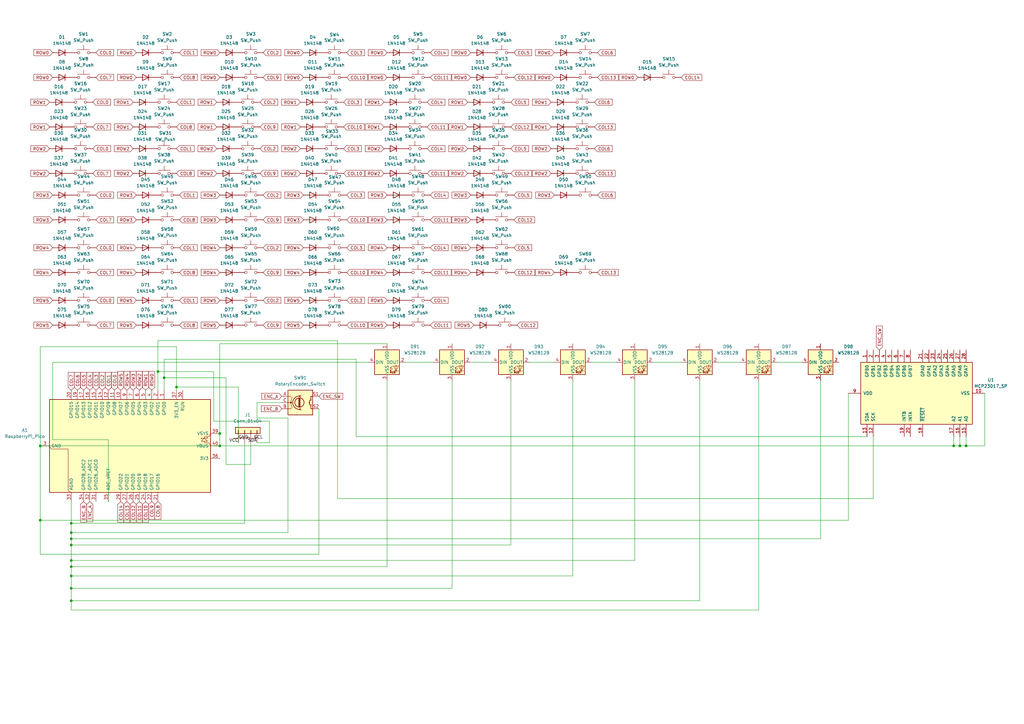
<source format=kicad_sch>
(kicad_sch (version 20250114) (generator "eeschema") (generator_version "9.0")
  (paper "A3")
  (lib_symbols
    (symbol "Connector_Generic:Conn_01x04" (pin_names (offset 1.016) (hide yes))
      (property "Reference" "J" (at 0 5.08 0))
      (property "Value" "Conn_01x04" (at 0 -7.62 0))
      (symbol "Conn_01x04_1_1"
        (pin passive line (at -5.08 2.54 0) (length 3.81) (name "Pin_1") (number "1"))
        (pin passive line (at -5.08 0 0) (length 3.81) (name "Pin_2") (number "2"))
        (pin passive line (at -5.08 -2.54 0) (length 3.81) (name "Pin_3") (number "3"))
        (pin passive line (at -5.08 -5.08 0) (length 3.81) (name "Pin_4") (number "4"))
      )
    )
    (symbol "Device:RotaryEncoder_Switch" (pin_names (offset 0.254) (hide yes))
      (property "Reference" "SW" (at 0 6.604 0))
      (property "Value" "RotaryEncoder_Switch" (at 0 -6.604 0))
      (symbol "RotaryEncoder_Switch_1_1"
        (pin passive line (at -7.62 2.54 0) (length 2.54) (name "A") (number "A"))
        (pin passive line (at -7.62 0 0) (length 2.54) (name "C") (number "C"))
        (pin passive line (at -7.62 -2.54 0) (length 2.54) (name "B") (number "B"))
        (pin passive line (at 7.62 2.54 180) (length 2.54) (name "S1") (number "S1"))
        (pin passive line (at 7.62 -2.54 180) (length 2.54) (name "S2") (number "S2"))
      )
    )
    (symbol "Diode:1N4148" (pin_numbers (hide yes)) (pin_names (hide yes))
      (property "Reference" "D" (at 0 2.54 0))
      (property "Value" "1N4148" (at 0 -2.54 0))
      (symbol "1N4148_1_1"
        (pin passive line (at -3.81 0 0) (length 2.54) (name "K") (number "1"))
        (pin passive line (at 3.81 0 180) (length 2.54) (name "A") (number "2"))
      )
    )
    (symbol "Interface_Expansion:MCP23017_SP" (pin_names (offset 1.016))
      (property "Reference" "U" (at -11.43 24.13 0))
      (property "Value" "MCP23017_SP" (at 0 0 0))
      (symbol "MCP23017_SP_1_1"
        (pin bidirectional line (at -17.78 20.32 0) (length 5.08) (name "SDA") (number "13"))
        (pin input line (at -17.78 17.78 0) (length 5.08) (name "SCK") (number "12"))
        (pin tri_state line (at -17.78 5.08 0) (length 5.08) (name "INTB") (number "19"))
        (pin tri_state line (at -17.78 2.54 0) (length 5.08) (name "INTA") (number "20"))
        (pin input line (at -17.78 -2.54 0) (length 5.08) (name "~{RESET}") (number "18"))
        (pin input line (at -17.78 -15.24 0) (length 5.08) (name "A2") (number "17"))
        (pin input line (at -17.78 -17.78 0) (length 5.08) (name "A1") (number "16"))
        (pin input line (at -17.78 -20.32 0) (length 5.08) (name "A0") (number "15"))
        (pin no_connect line (at -12.7 15.24 0) (length 5.08) (hide yes) (name "NC") (number "11"))
        (pin no_connect line (at -12.7 12.7 0) (length 5.08) (hide yes) (name "NC") (number "14"))
        (pin power_in line (at 0 27.94 270) (length 5.08) (name "VDD") (number "9"))
        (pin power_in line (at 0 -27.94 90) (length 5.08) (name "VSS") (number "10"))
        (pin bidirectional line (at 17.78 20.32 180) (length 5.08) (name "GPB0") (number "1"))
        (pin bidirectional line (at 17.78 17.78 180) (length 5.08) (name "GPB1") (number "2"))
        (pin bidirectional line (at 17.78 15.24 180) (length 5.08) (name "GPB2") (number "3"))
        (pin bidirectional line (at 17.78 12.7 180) (length 5.08) (name "GPB3") (number "4"))
        (pin bidirectional line (at 17.78 10.16 180) (length 5.08) (name "GPB4") (number "5"))
        (pin bidirectional line (at 17.78 7.62 180) (length 5.08) (name "GPB5") (number "6"))
        (pin bidirectional line (at 17.78 5.08 180) (length 5.08) (name "GPB6") (number "7"))
        (pin output line (at 17.78 2.54 180) (length 5.08) (name "GPB7") (number "8"))
        (pin bidirectional line (at 17.78 -2.54 180) (length 5.08) (name "GPA0") (number "21"))
        (pin bidirectional line (at 17.78 -5.08 180) (length 5.08) (name "GPA1") (number "22"))
        (pin bidirectional line (at 17.78 -7.62 180) (length 5.08) (name "GPA2") (number "23"))
        (pin bidirectional line (at 17.78 -10.16 180) (length 5.08) (name "GPA3") (number "24"))
        (pin bidirectional line (at 17.78 -12.7 180) (length 5.08) (name "GPA4") (number "25"))
        (pin bidirectional line (at 17.78 -15.24 180) (length 5.08) (name "GPA5") (number "26"))
        (pin bidirectional line (at 17.78 -17.78 180) (length 5.08) (name "GPA6") (number "27"))
        (pin output line (at 17.78 -20.32 180) (length 5.08) (name "GPA7") (number "28"))
      )
    )
    (symbol "LED:WS2812B" (pin_names (offset 0.254))
      (property "Reference" "D" (at 5.08 5.715 0))
      (property "Value" "WS2812B" (at 1.27 -5.715 0))
      (symbol "WS2812B_0_0"
        (text "RGB" (at 2.286 -4.191 0) (effects (font (size 0.762 0.762))))
      )
      (symbol "WS2812B_1_1"
        (pin input line (at -7.62 0 0) (length 2.54) (name "DIN") (number "4"))
        (pin power_in line (at 0 7.62 270) (length 2.54) (name "VDD") (number "1"))
        (pin power_in line (at 0 -7.62 90) (length 2.54) (name "VSS") (number "3"))
        (pin output line (at 7.62 0 180) (length 2.54) (name "DOUT") (number "2"))
      )
    )
    (symbol "MCU_Module:RaspberryPi_Pico" (pin_names (offset 0.762))
      (property "Reference" "A" (at -19.05 35.56 0))
      (property "Value" "RaspberryPi_Pico" (at 7.62 35.56 0))
      (symbol "RaspberryPi_Pico_1_1"
        (pin passive line (at -22.86 22.86 0) (length 3.81) (name "RUN") (number "30"))
        (pin passive line (at -22.86 20.32 0) (length 3.81) (name "3V3_EN") (number "37"))
        (pin bidirectional line (at -22.86 15.24 0) (length 3.81) (name "GPIO0") (number "1"))
        (pin bidirectional line (at -22.86 12.7 0) (length 3.81) (name "GPIO1") (number "2"))
        (pin bidirectional line (at -22.86 10.16 0) (length 3.81) (name "GPIO2") (number "4"))
        (pin bidirectional line (at -22.86 7.62 0) (length 3.81) (name "GPIO3") (number "5"))
        (pin bidirectional line (at -22.86 5.08 0) (length 3.81) (name "GPIO4") (number "6"))
        (pin bidirectional line (at -22.86 2.54 0) (length 3.81) (name "GPIO5") (number "7"))
        (pin bidirectional line (at -22.86 0 0) (length 3.81) (name "GPIO6") (number "9"))
        (pin bidirectional line (at -22.86 -2.54 0) (length 3.81) (name "GPIO7") (number "10"))
        (pin bidirectional line (at -22.86 -5.08 0) (length 3.81) (name "GPIO8") (number "11"))
        (pin bidirectional line (at -22.86 -7.62 0) (length 3.81) (name "GPIO9") (number "12"))
        (pin bidirectional line (at -22.86 -10.16 0) (length 3.81) (name "GPIO10") (number "14"))
        (pin bidirectional line (at -22.86 -12.7 0) (length 3.81) (name "GPIO11") (number "15"))
        (pin bidirectional line (at -22.86 -15.24 0) (length 3.81) (name "GPIO12") (number "16"))
        (pin bidirectional line (at -22.86 -17.78 0) (length 3.81) (name "GPIO13") (number "17"))
        (pin bidirectional line (at -22.86 -20.32 0) (length 3.81) (name "GPIO14") (number "19"))
        (pin bidirectional line (at -22.86 -22.86 0) (length 3.81) (name "GPIO15") (number "20"))
        (pin power_in line (at -5.08 38.1 270) (length 3.81) (name "VSYS") (number "39"))
        (pin power_out line (at 0 38.1 270) (length 3.81) (name "VBUS") (number "40"))
        (pin passive line (at 0 -35.56 90) (length 3.81) (hide yes) (name "GND") (number "13"))
        (pin passive line (at 0 -35.56 90) (length 3.81) (hide yes) (name "GND") (number "18"))
        (pin passive line (at 0 -35.56 90) (length 3.81) (hide yes) (name "GND") (number "23"))
        (pin passive line (at 0 -35.56 90) (length 3.81) (hide yes) (name "GND") (number "28"))
        (pin power_out line (at 0 -35.56 90) (length 3.81) (name "GND") (number "3"))
        (pin passive line (at 0 -35.56 90) (length 3.81) (hide yes) (name "GND") (number "38"))
        (pin passive line (at 0 -35.56 90) (length 3.81) (hide yes) (name "GND") (number "8"))
        (pin power_out line (at 5.08 38.1 270) (length 3.81) (name "3V3") (number "36"))
        (pin bidirectional line (at 22.86 12.7 180) (length 3.81) (name "GPIO16") (number "21"))
        (pin bidirectional line (at 22.86 10.16 180) (length 3.81) (name "GPIO17") (number "22"))
        (pin bidirectional line (at 22.86 7.62 180) (length 3.81) (name "GPIO18") (number "24"))
        (pin bidirectional line (at 22.86 5.08 180) (length 3.81) (name "GPIO19") (number "25"))
        (pin bidirectional line (at 22.86 2.54 180) (length 3.81) (name "GPIO20") (number "26"))
        (pin bidirectional line (at 22.86 0 180) (length 3.81) (name "GPIO21") (number "27"))
        (pin bidirectional line (at 22.86 -2.54 180) (length 3.81) (name "GPIO22") (number "29"))
        (pin power_in line (at 22.86 -7.62 180) (length 3.81) (name "ADC_VREF") (number "35"))
        (pin bidirectional line (at 22.86 -12.7 180) (length 3.81) (name "GPIO26_ADC0") (number "31"))
        (pin bidirectional line (at 22.86 -15.24 180) (length 3.81) (name "GPIO27_ADC1") (number "32"))
        (pin bidirectional line (at 22.86 -17.78 180) (length 3.81) (name "GPIO28_ADC2") (number "34"))
        (pin power_out line (at 22.86 -22.86 180) (length 3.81) (name "AGND") (number "33"))
      )
    )
    (symbol "Switch:SW_Push" (pin_numbers (hide yes)) (pin_names (offset 1.016) (hide yes))
      (property "Reference" "SW" (at 1.27 2.54 0))
      (property "Value" "SW_Push" (at 0 -1.524 0))
      (symbol "SW_Push_0_1"
        (pin passive line (at -5.08 0 0) (length 2.54) (name "1") (number "1"))
        (pin passive line (at 5.08 0 180) (length 2.54) (name "2") (number "2"))
      )
    )
  )
  (junction (at 29.21 232.41))
  (junction (at 396.24 182.88))
  (junction (at 29.21 246.38))
  (junction (at 29.21 220.98))
  (junction (at 67.31 154.94))
  (junction (at 29.21 218.44))
  (junction (at 16.51 213.36))
  (junction (at 72.39 158.75))
  (junction (at 90.17 177.8))
  (junction (at 64.77 152.4))
  (junction (at 29.21 229.87))
  (junction (at 90.17 182.88))
  (junction (at 391.16 182.88))
  (junction (at 393.7 182.88))
  (junction (at 16.51 182.88))
  (junction (at 29.21 241.3))
  (junction (at 29.21 236.22))
  (junction (at 29.21 214.63))
  (junction (at 29.21 223.52))
  (wire (pts (xy 311.15 156.21) (xy 311.15 250.19)))
  (wire (pts (xy 90.17 182.88) (xy 391.16 182.88)))
  (wire (pts (xy 16.51 142.24) (xy 16.51 182.88)))
  (wire (pts (xy 102.87 181.61) (xy 102.87 190.5)))
  (wire (pts (xy 105.41 171.45) (xy 118.11 171.45)))
  (wire (pts (xy 260.35 229.87) (xy 29.21 229.87)))
  (wire (pts (xy 193.04 148.59) (xy 201.93 148.59)))
  (wire (pts (xy 29.21 214.63) (xy 29.21 218.44)))
  (wire (pts (xy 29.21 250.19) (xy 29.21 246.38)))
  (wire (pts (xy 67.31 147.32) (xy 67.31 154.94)))
  (wire (pts (xy 92.71 154.94) (xy 67.31 154.94)))
  (wire (pts (xy 29.21 236.22) (xy 29.21 241.3)))
  (wire (pts (xy 16.51 213.36) (xy 16.51 227.33)))
  (wire (pts (xy 105.41 181.61) (xy 110.49 181.61)))
  (wire (pts (xy 29.21 220.98) (xy 29.21 223.52)))
  (wire (pts (xy 209.55 223.52) (xy 29.21 223.52)))
  (wire (pts (xy 92.71 190.5) (xy 92.71 154.94)))
  (wire (pts (xy 72.39 142.24) (xy 72.39 158.75)))
  (wire (pts (xy 64.77 152.4) (xy 64.77 160.02)))
  (wire (pts (xy 287.02 156.21) (xy 287.02 246.38)))
  (wire (pts (xy 29.21 246.38) (xy 29.21 241.3)))
  (wire (pts (xy 146.05 147.32) (xy 67.31 147.32)))
  (wire (pts (xy 347.98 161.29) (xy 347.98 213.36)))
  (wire (pts (xy 16.51 182.88) (xy 90.17 182.88)))
  (wire (pts (xy 260.35 156.21) (xy 260.35 229.87)))
  (wire (pts (xy 358.14 204.47) (xy 138.43 204.47)))
  (wire (pts (xy 294.64 148.59) (xy 303.53 148.59)))
  (wire (pts (xy 130.81 227.33) (xy 130.81 167.64)))
  (wire (pts (xy 138.43 139.7) (xy 64.77 139.7)))
  (wire (pts (xy 29.21 220.98) (xy 336.55 220.98)))
  (wire (pts (xy 146.05 179.07) (xy 146.05 147.32)))
  (wire (pts (xy 166.37 148.59) (xy 177.8 148.59)))
  (wire (pts (xy 100.33 214.63) (xy 29.21 214.63)))
  (wire (pts (xy 97.79 181.61) (xy 97.79 158.75)))
  (wire (pts (xy 242.57 148.59) (xy 252.73 148.59)))
  (wire (pts (xy 209.55 156.21) (xy 209.55 223.52)))
  (wire (pts (xy 44.45 180.34) (xy 44.45 205.74)))
  (wire (pts (xy 97.79 158.75) (xy 72.39 158.75)))
  (wire (pts (xy 336.55 156.21) (xy 336.55 220.98)))
  (wire (pts (xy 67.31 154.94) (xy 67.31 160.02)))
  (wire (pts (xy 16.51 227.33) (xy 130.81 227.33)))
  (wire (pts (xy 318.77 148.59) (xy 328.93 148.59)))
  (wire (pts (xy 102.87 190.5) (xy 92.71 190.5)))
  (wire (pts (xy 29.21 205.74) (xy 29.21 214.63)))
  (wire (pts (xy 185.42 156.21) (xy 185.42 241.3)))
  (wire (pts (xy 311.15 250.19) (xy 29.21 250.19)))
  (wire (pts (xy 185.42 241.3) (xy 29.21 241.3)))
  (wire (pts (xy 64.77 139.7) (xy 64.77 152.4)))
  (wire (pts (xy 100.33 181.61) (xy 100.33 214.63)))
  (wire (pts (xy 393.7 179.07) (xy 393.7 182.88)))
  (wire (pts (xy 21.59 180.34) (xy 44.45 180.34)))
  (wire (pts (xy 396.24 179.07) (xy 396.24 182.88)))
  (wire (pts (xy 287.02 246.38) (xy 29.21 246.38)))
  (wire (pts (xy 90.17 140.97) (xy 158.75 140.97)))
  (wire (pts (xy 29.21 223.52) (xy 29.21 229.87)))
  (wire (pts (xy 393.7 182.88) (xy 396.24 182.88)))
  (wire (pts (xy 118.11 171.45) (xy 118.11 218.44)))
  (wire (pts (xy 234.95 236.22) (xy 29.21 236.22)))
  (wire (pts (xy 87.63 152.4) (xy 64.77 152.4)))
  (wire (pts (xy 138.43 204.47) (xy 138.43 139.7)))
  (wire (pts (xy 118.11 218.44) (xy 29.21 218.44)))
  (wire (pts (xy 16.51 142.24) (xy 72.39 142.24)))
  (wire (pts (xy 217.17 148.59) (xy 227.33 148.59)))
  (wire (pts (xy 396.24 182.88) (xy 403.86 182.88)))
  (wire (pts (xy 29.21 218.44) (xy 29.21 220.98)))
  (wire (pts (xy 358.14 179.07) (xy 358.14 204.47)))
  (wire (pts (xy 158.75 156.21) (xy 158.75 232.41)))
  (wire (pts (xy 267.97 148.59) (xy 279.4 148.59)))
  (wire (pts (xy 87.63 172.72) (xy 87.63 152.4)))
  (wire (pts (xy 110.49 181.61) (xy 110.49 172.72)))
  (wire (pts (xy 234.95 156.21) (xy 234.95 236.22)))
  (wire (pts (xy 391.16 182.88) (xy 393.7 182.88)))
  (wire (pts (xy 105.41 165.1) (xy 105.41 171.45)))
  (wire (pts (xy 158.75 232.41) (xy 29.21 232.41)))
  (wire (pts (xy 403.86 161.29) (xy 403.86 182.88)))
  (wire (pts (xy 391.16 179.07) (xy 391.16 182.88)))
  (wire (pts (xy 115.57 165.1) (xy 105.41 165.1)))
  (wire (pts (xy 16.51 182.88) (xy 16.51 213.36)))
  (wire (pts (xy 347.98 213.36) (xy 16.51 213.36)))
  (wire (pts (xy 29.21 232.41) (xy 29.21 236.22)))
  (wire (pts (xy 110.49 172.72) (xy 87.63 172.72)))
  (wire (pts (xy 355.6 179.07) (xy 146.05 179.07)))
  (wire (pts (xy 29.21 229.87) (xy 29.21 232.41)))
  (wire (pts (xy 72.39 158.75) (xy 72.39 160.02)))
  (wire (pts (xy 21.59 148.59) (xy 21.59 180.34)))
  (wire (pts (xy 90.17 182.88) (xy 90.17 177.8)))
  (wire (pts (xy 21.59 148.59) (xy 151.13 148.59)))
  (wire (pts (xy 90.17 177.8) (xy 90.17 140.97)))
  (label "VCC" (at 93.98 181.61 0))
  (label "SDA" (at 101.6 181.61 0))
  (label "GND" (at 97.79 180.34 0))
  (label "SCL" (at 104.14 180.34 0))
  (global_label "ROW2" (shape input) (at 157.48 60.96 180) (property "Intersheetrefs" "${INTERSHEET_REFS}" (effects (hide yes))))
  (global_label "ROW0" (shape input) (at 90.17 21.59 180) (property "Intersheetrefs" "${INTERSHEET_REFS}" (effects (hide yes))))
  (global_label "ROW2" (shape input) (at 123.19 71.12 180) (property "Intersheetrefs" "${INTERSHEET_REFS}" (effects (hide yes))))
  (global_label "ROW0" (shape input) (at 158.75 31.75 180) (property "Intersheetrefs" "${INTERSHEET_REFS}" (effects (hide yes))))
  (global_label "COL0" (shape input) (at 39.37 101.6 0) (property "Intersheetrefs" "${INTERSHEET_REFS}" (effects (hide yes))))
  (global_label "COL5" (shape input) (at 209.55 41.91 0) (property "Intersheetrefs" "${INTERSHEET_REFS}" (effects (hide yes))))
  (global_label "ROW5" (shape input) (at 158.75 123.19 180) (property "Intersheetrefs" "${INTERSHEET_REFS}" (effects (hide yes))))
  (global_label "COL4" (shape input) (at 36.83 160.02 90) (property "Intersheetrefs" "${INTERSHEET_REFS}" (effects (hide yes))))
  (global_label "COL6" (shape input) (at 245.11 21.59 0) (property "Intersheetrefs" "${INTERSHEET_REFS}" (effects (hide yes))))
  (global_label "ROW3" (shape input) (at 21.59 90.17 180) (property "Intersheetrefs" "${INTERSHEET_REFS}" (effects (hide yes))))
  (global_label "ROW1" (shape input) (at 191.77 41.91 180) (property "Intersheetrefs" "${INTERSHEET_REFS}" (effects (hide yes))))
  (global_label "COL10" (shape input) (at 142.24 133.35 0) (property "Intersheetrefs" "${INTERSHEET_REFS}" (effects (hide yes))))
  (global_label "ROW0" (shape input) (at 227.33 21.59 180) (property "Intersheetrefs" "${INTERSHEET_REFS}" (effects (hide yes))))
  (global_label "ROW2" (shape input) (at 157.48 71.12 180) (property "Intersheetrefs" "${INTERSHEET_REFS}" (effects (hide yes))))
  (global_label "COL2" (shape input) (at 41.91 160.02 90) (property "Intersheetrefs" "${INTERSHEET_REFS}" (effects (hide yes))))
  (global_label "COL11" (shape input) (at 175.26 71.12 0) (property "Intersheetrefs" "${INTERSHEET_REFS}" (effects (hide yes))))
  (global_label "COL6" (shape input) (at 245.11 80.01 0) (property "Intersheetrefs" "${INTERSHEET_REFS}" (effects (hide yes))))
  (global_label "ROW0" (shape input) (at 90.17 31.75 180) (property "Intersheetrefs" "${INTERSHEET_REFS}" (effects (hide yes))))
  (global_label "COL12" (shape input) (at 209.55 52.07 0) (property "Intersheetrefs" "${INTERSHEET_REFS}" (effects (hide yes))))
  (global_label "COL13" (shape input) (at 243.84 52.07 0) (property "Intersheetrefs" "${INTERSHEET_REFS}" (effects (hide yes))))
  (global_label "COL0" (shape input) (at 38.1 60.96 0) (property "Intersheetrefs" "${INTERSHEET_REFS}" (effects (hide yes))))
  (global_label "COL12" (shape input) (at 210.82 111.76 0) (property "Intersheetrefs" "${INTERSHEET_REFS}" (effects (hide yes))))
  (global_label "ROW4" (shape input) (at 90.17 111.76 180) (property "Intersheetrefs" "${INTERSHEET_REFS}" (effects (hide yes))))
  (global_label "ROW0" (shape input) (at 124.46 31.75 180) (property "Intersheetrefs" "${INTERSHEET_REFS}" (effects (hide yes))))
  (global_label "ROW2" (shape input) (at 20.32 71.12 180) (property "Intersheetrefs" "${INTERSHEET_REFS}" (effects (hide yes))))
  (global_label "ENC_B" (shape input) (at 34.29 205.74 270) (property "Intersheetrefs" "${INTERSHEET_REFS}" (effects (hide yes))))
  (global_label "COL2" (shape input) (at 107.95 21.59 0) (property "Intersheetrefs" "${INTERSHEET_REFS}" (effects (hide yes))))
  (global_label "COL5" (shape input) (at 210.82 80.01 0) (property "Intersheetrefs" "${INTERSHEET_REFS}" (effects (hide yes))))
  (global_label "COL2" (shape input) (at 107.95 123.19 0) (property "Intersheetrefs" "${INTERSHEET_REFS}" (effects (hide yes))))
  (global_label "COL8" (shape input) (at 73.66 133.35 0) (property "Intersheetrefs" "${INTERSHEET_REFS}" (effects (hide yes))))
  (global_label "ROW3" (shape input) (at 90.17 80.01 180) (property "Intersheetrefs" "${INTERSHEET_REFS}" (effects (hide yes))))
  (global_label "COL7" (shape input) (at 39.37 31.75 0) (property "Intersheetrefs" "${INTERSHEET_REFS}" (effects (hide yes))))
  (global_label "ROW1" (shape input) (at 226.06 41.91 180) (property "Intersheetrefs" "${INTERSHEET_REFS}" (effects (hide yes))))
  (global_label "ROW5" (shape input) (at 49.53 160.02 90) (property "Intersheetrefs" "${INTERSHEET_REFS}" (effects (hide yes))))
  (global_label "ENC_A" (shape input) (at 115.57 162.56 180) (property "Intersheetrefs" "${INTERSHEET_REFS}" (effects (hide yes))))
  (global_label "COL1" (shape input) (at 73.66 101.6 0) (property "Intersheetrefs" "${INTERSHEET_REFS}" (effects (hide yes))))
  (global_label "ROW5" (shape input) (at 124.46 123.19 180) (property "Intersheetrefs" "${INTERSHEET_REFS}" (effects (hide yes))))
  (global_label "COL1" (shape input) (at 72.39 60.96 0) (property "Intersheetrefs" "${INTERSHEET_REFS}" (effects (hide yes))))
  (global_label "ROW5" (shape input) (at 90.17 123.19 180) (property "Intersheetrefs" "${INTERSHEET_REFS}" (effects (hide yes))))
  (global_label "COL12" (shape input) (at 54.61 205.74 270) (property "Intersheetrefs" "${INTERSHEET_REFS}" (effects (hide yes))))
  (global_label "COL4" (shape input) (at 176.53 101.6 0) (property "Intersheetrefs" "${INTERSHEET_REFS}" (effects (hide yes))))
  (global_label "COL3" (shape input) (at 140.97 60.96 0) (property "Intersheetrefs" "${INTERSHEET_REFS}" (effects (hide yes))))
  (global_label "COL13" (shape input) (at 52.07 205.74 270) (property "Intersheetrefs" "${INTERSHEET_REFS}" (effects (hide yes))))
  (global_label "ROW3" (shape input) (at 227.33 80.01 180) (property "Intersheetrefs" "${INTERSHEET_REFS}" (effects (hide yes))))
  (global_label "COL4" (shape input) (at 176.53 80.01 0) (property "Intersheetrefs" "${INTERSHEET_REFS}" (effects (hide yes))))
  (global_label "ROW4" (shape input) (at 124.46 111.76 180) (property "Intersheetrefs" "${INTERSHEET_REFS}" (effects (hide yes))))
  (global_label "COL0" (shape input) (at 39.37 21.59 0) (property "Intersheetrefs" "${INTERSHEET_REFS}" (effects (hide yes))))
  (global_label "COL11" (shape input) (at 176.53 31.75 0) (property "Intersheetrefs" "${INTERSHEET_REFS}" (effects (hide yes))))
  (global_label "ROW3" (shape input) (at 158.75 90.17 180) (property "Intersheetrefs" "${INTERSHEET_REFS}" (effects (hide yes))))
  (global_label "ROW3" (shape input) (at 90.17 90.17 180) (property "Intersheetrefs" "${INTERSHEET_REFS}" (effects (hide yes))))
  (global_label "ROW0" (shape input) (at 55.88 21.59 180) (property "Intersheetrefs" "${INTERSHEET_REFS}" (effects (hide yes))))
  (global_label "ROW4" (shape input) (at 90.17 101.6 180) (property "Intersheetrefs" "${INTERSHEET_REFS}" (effects (hide yes))))
  (global_label "ROW5" (shape input) (at 90.17 133.35 180) (property "Intersheetrefs" "${INTERSHEET_REFS}" (effects (hide yes))))
  (global_label "COL0" (shape input) (at 38.1 41.91 0) (property "Intersheetrefs" "${INTERSHEET_REFS}" (effects (hide yes))))
  (global_label "COL2" (shape input) (at 106.68 60.96 0) (property "Intersheetrefs" "${INTERSHEET_REFS}" (effects (hide yes))))
  (global_label "ROW4" (shape input) (at 55.88 111.76 180) (property "Intersheetrefs" "${INTERSHEET_REFS}" (effects (hide yes))))
  (global_label "ROW4" (shape input) (at 227.33 111.76 180) (property "Intersheetrefs" "${INTERSHEET_REFS}" (effects (hide yes))))
  (global_label "ROW5" (shape input) (at 124.46 133.35 180) (property "Intersheetrefs" "${INTERSHEET_REFS}" (effects (hide yes))))
  (global_label "ROW2" (shape input) (at 54.61 60.96 180) (property "Intersheetrefs" "${INTERSHEET_REFS}" (effects (hide yes))))
  (global_label "ROW2" (shape input) (at 123.19 60.96 180) (property "Intersheetrefs" "${INTERSHEET_REFS}" (effects (hide yes))))
  (global_label "COL5" (shape input) (at 210.82 21.59 0) (property "Intersheetrefs" "${INTERSHEET_REFS}" (effects (hide yes))))
  (global_label "COL9" (shape input) (at 107.95 133.35 0) (property "Intersheetrefs" "${INTERSHEET_REFS}" (effects (hide yes))))
  (global_label "COL11" (shape input) (at 176.53 111.76 0) (property "Intersheetrefs" "${INTERSHEET_REFS}" (effects (hide yes))))
  (global_label "ROW2" (shape input) (at 57.15 160.02 90) (property "Intersheetrefs" "${INTERSHEET_REFS}" (effects (hide yes))))
  (global_label "COL7" (shape input) (at 39.37 90.17 0) (property "Intersheetrefs" "${INTERSHEET_REFS}" (effects (hide yes))))
  (global_label "COL13" (shape input) (at 245.11 111.76 0) (property "Intersheetrefs" "${INTERSHEET_REFS}" (effects (hide yes))))
  (global_label "ROW1" (shape input) (at 88.9 52.07 180) (property "Intersheetrefs" "${INTERSHEET_REFS}" (effects (hide yes))))
  (global_label "COL0" (shape input) (at 46.99 160.02 90) (property "Intersheetrefs" "${INTERSHEET_REFS}" (effects (hide yes))))
  (global_label "COL10" (shape input) (at 142.24 31.75 0) (property "Intersheetrefs" "${INTERSHEET_REFS}" (effects (hide yes))))
  (global_label "ROW1" (shape input) (at 157.48 52.07 180) (property "Intersheetrefs" "${INTERSHEET_REFS}" (effects (hide yes))))
  (global_label "COL10" (shape input) (at 140.97 71.12 0) (property "Intersheetrefs" "${INTERSHEET_REFS}" (effects (hide yes))))
  (global_label "ROW0" (shape input) (at 193.04 21.59 180) (property "Intersheetrefs" "${INTERSHEET_REFS}" (effects (hide yes))))
  (global_label "ROW2" (shape input) (at 226.06 71.12 180) (property "Intersheetrefs" "${INTERSHEET_REFS}" (effects (hide yes))))
  (global_label "ROW2" (shape input) (at 88.9 60.96 180) (property "Intersheetrefs" "${INTERSHEET_REFS}" (effects (hide yes))))
  (global_label "ROW5" (shape input) (at 55.88 133.35 180) (property "Intersheetrefs" "${INTERSHEET_REFS}" (effects (hide yes))))
  (global_label "COL8" (shape input) (at 64.77 205.74 270) (property "Intersheetrefs" "${INTERSHEET_REFS}" (effects (hide yes))))
  (global_label "COL9" (shape input) (at 107.95 111.76 0) (property "Intersheetrefs" "${INTERSHEET_REFS}" (effects (hide yes))))
  (global_label "ROW4" (shape input) (at 21.59 101.6 180) (property "Intersheetrefs" "${INTERSHEET_REFS}" (effects (hide yes))))
  (global_label "COL3" (shape input) (at 140.97 41.91 0) (property "Intersheetrefs" "${INTERSHEET_REFS}" (effects (hide yes))))
  (global_label "ROW0" (shape input) (at 158.75 21.59 180) (property "Intersheetrefs" "${INTERSHEET_REFS}" (effects (hide yes))))
  (global_label "COL14" (shape input) (at 279.4 31.75 0) (property "Intersheetrefs" "${INTERSHEET_REFS}" (effects (hide yes))))
  (global_label "COL6" (shape input) (at 243.84 41.91 0) (property "Intersheetrefs" "${INTERSHEET_REFS}" (effects (hide yes))))
  (global_label "ENC_A" (shape input) (at 36.83 205.74 270) (property "Intersheetrefs" "${INTERSHEET_REFS}" (effects (hide yes))))
  (global_label "COL6" (shape input) (at 243.84 60.96 0) (property "Intersheetrefs" "${INTERSHEET_REFS}" (effects (hide yes))))
  (global_label "ROW3" (shape input) (at 124.46 80.01 180) (property "Intersheetrefs" "${INTERSHEET_REFS}" (effects (hide yes))))
  (global_label "ROW1" (shape input) (at 20.32 41.91 180) (property "Intersheetrefs" "${INTERSHEET_REFS}" (effects (hide yes))))
  (global_label "COL0" (shape input) (at 39.37 80.01 0) (property "Intersheetrefs" "${INTERSHEET_REFS}" (effects (hide yes))))
  (global_label "COL9" (shape input) (at 106.68 71.12 0) (property "Intersheetrefs" "${INTERSHEET_REFS}" (effects (hide yes))))
  (global_label "COL12" (shape input) (at 210.82 31.75 0) (property "Intersheetrefs" "${INTERSHEET_REFS}" (effects (hide yes))))
  (global_label "ROW1" (shape input) (at 54.61 52.07 180) (property "Intersheetrefs" "${INTERSHEET_REFS}" (effects (hide yes))))
  (global_label "COL10" (shape input) (at 59.69 205.74 270) (property "Intersheetrefs" "${INTERSHEET_REFS}" (effects (hide yes))))
  (global_label "COL9" (shape input) (at 62.23 205.74 270) (property "Intersheetrefs" "${INTERSHEET_REFS}" (effects (hide yes))))
  (global_label "ROW3" (shape input) (at 193.04 80.01 180) (property "Intersheetrefs" "${INTERSHEET_REFS}" (effects (hide yes))))
  (global_label "COL5" (shape input) (at 209.55 60.96 0) (property "Intersheetrefs" "${INTERSHEET_REFS}" (effects (hide yes))))
  (global_label "ROW3" (shape input) (at 158.75 80.01 180) (property "Intersheetrefs" "${INTERSHEET_REFS}" (effects (hide yes))))
  (global_label "COL8" (shape input) (at 73.66 31.75 0) (property "Intersheetrefs" "${INTERSHEET_REFS}" (effects (hide yes))))
  (global_label "COL1" (shape input) (at 44.45 160.02 90) (property "Intersheetrefs" "${INTERSHEET_REFS}" (effects (hide yes))))
  (global_label "COL3" (shape input) (at 142.24 101.6 0) (property "Intersheetrefs" "${INTERSHEET_REFS}" (effects (hide yes))))
  (global_label "ROW0" (shape input) (at 55.88 31.75 180) (property "Intersheetrefs" "${INTERSHEET_REFS}" (effects (hide yes))))
  (global_label "COL8" (shape input) (at 72.39 71.12 0) (property "Intersheetrefs" "${INTERSHEET_REFS}" (effects (hide yes))))
  (global_label "COL3" (shape input) (at 142.24 123.19 0) (property "Intersheetrefs" "${INTERSHEET_REFS}" (effects (hide yes))))
  (global_label "COL3" (shape input) (at 142.24 21.59 0) (property "Intersheetrefs" "${INTERSHEET_REFS}" (effects (hide yes))))
  (global_label "COL12" (shape input) (at 210.82 90.17 0) (property "Intersheetrefs" "${INTERSHEET_REFS}" (effects (hide yes))))
  (global_label "COL5" (shape input) (at 34.29 160.02 90) (property "Intersheetrefs" "${INTERSHEET_REFS}" (effects (hide yes))))
  (global_label "COL4" (shape input) (at 175.26 41.91 0) (property "Intersheetrefs" "${INTERSHEET_REFS}" (effects (hide yes))))
  (global_label "ENC_SW" (shape input) (at 130.81 162.56 0) (property "Intersheetrefs" "${INTERSHEET_REFS}" (effects (hide yes))))
  (global_label "ROW3" (shape input) (at 21.59 80.01 180) (property "Intersheetrefs" "${INTERSHEET_REFS}" (effects (hide yes))))
  (global_label "ROW0" (shape input) (at 21.59 21.59 180) (property "Intersheetrefs" "${INTERSHEET_REFS}" (effects (hide yes))))
  (global_label "COL0" (shape input) (at 39.37 123.19 0) (property "Intersheetrefs" "${INTERSHEET_REFS}" (effects (hide yes))))
  (global_label "ENC_B" (shape input) (at 115.57 167.64 180) (property "Intersheetrefs" "${INTERSHEET_REFS}" (effects (hide yes))))
  (global_label "COL1" (shape input) (at 73.66 80.01 0) (property "Intersheetrefs" "${INTERSHEET_REFS}" (effects (hide yes))))
  (global_label "ROW4" (shape input) (at 158.75 111.76 180) (property "Intersheetrefs" "${INTERSHEET_REFS}" (effects (hide yes))))
  (global_label "ROW5" (shape input) (at 55.88 123.19 180) (property "Intersheetrefs" "${INTERSHEET_REFS}" (effects (hide yes))))
  (global_label "ROW2" (shape input) (at 88.9 71.12 180) (property "Intersheetrefs" "${INTERSHEET_REFS}" (effects (hide yes))))
  (global_label "ROW0" (shape input) (at 21.59 31.75 180) (property "Intersheetrefs" "${INTERSHEET_REFS}" (effects (hide yes))))
  (global_label "ROW0" (shape input) (at 62.23 160.02 90) (property "Intersheetrefs" "${INTERSHEET_REFS}" (effects (hide yes))))
  (global_label "ROW0" (shape input) (at 261.62 31.75 180) (property "Intersheetrefs" "${INTERSHEET_REFS}" (effects (hide yes))))
  (global_label "COL11" (shape input) (at 176.53 133.35 0) (property "Intersheetrefs" "${INTERSHEET_REFS}" (effects (hide yes))))
  (global_label "ENC_SW" (shape input) (at 360.68 143.51 90) (property "Intersheetrefs" "${INTERSHEET_REFS}" (effects (hide yes))))
  (global_label "COL10" (shape input) (at 140.97 52.07 0) (property "Intersheetrefs" "${INTERSHEET_REFS}" (effects (hide yes))))
  (global_label "ROW2" (shape input) (at 191.77 60.96 180) (property "Intersheetrefs" "${INTERSHEET_REFS}" (effects (hide yes))))
  (global_label "ROW4" (shape input) (at 124.46 101.6 180) (property "Intersheetrefs" "${INTERSHEET_REFS}" (effects (hide yes))))
  (global_label "ROW5" (shape input) (at 158.75 133.35 180) (property "Intersheetrefs" "${INTERSHEET_REFS}" (effects (hide yes))))
  (global_label "COL2" (shape input) (at 107.95 80.01 0) (property "Intersheetrefs" "${INTERSHEET_REFS}" (effects (hide yes))))
  (global_label "COL7" (shape input) (at 39.37 111.76 0) (property "Intersheetrefs" "${INTERSHEET_REFS}" (effects (hide yes))))
  (global_label "COL12" (shape input) (at 209.55 71.12 0) (property "Intersheetrefs" "${INTERSHEET_REFS}" (effects (hide yes))))
  (global_label "COL7" (shape input) (at 39.37 133.35 0) (property "Intersheetrefs" "${INTERSHEET_REFS}" (effects (hide yes))))
  (global_label "ROW0" (shape input) (at 193.04 31.75 180) (property "Intersheetrefs" "${INTERSHEET_REFS}" (effects (hide yes))))
  (global_label "COL13" (shape input) (at 243.84 71.12 0) (property "Intersheetrefs" "${INTERSHEET_REFS}" (effects (hide yes))))
  (global_label "ROW4" (shape input) (at 158.75 101.6 180) (property "Intersheetrefs" "${INTERSHEET_REFS}" (effects (hide yes))))
  (global_label "ROW0" (shape input) (at 227.33 31.75 180) (property "Intersheetrefs" "${INTERSHEET_REFS}" (effects (hide yes))))
  (global_label "ROW1" (shape input) (at 20.32 52.07 180) (property "Intersheetrefs" "${INTERSHEET_REFS}" (effects (hide yes))))
  (global_label "ROW5" (shape input) (at 21.59 133.35 180) (property "Intersheetrefs" "${INTERSHEET_REFS}" (effects (hide yes))))
  (global_label "COL5" (shape input) (at 210.82 101.6 0) (property "Intersheetrefs" "${INTERSHEET_REFS}" (effects (hide yes))))
  (global_label "COL10" (shape input) (at 142.24 90.17 0) (property "Intersheetrefs" "${INTERSHEET_REFS}" (effects (hide yes))))
  (global_label "ROW3" (shape input) (at 55.88 80.01 180) (property "Intersheetrefs" "${INTERSHEET_REFS}" (effects (hide yes))))
  (global_label "ROW3" (shape input) (at 55.88 90.17 180) (property "Intersheetrefs" "${INTERSHEET_REFS}" (effects (hide yes))))
  (global_label "COL7" (shape input) (at 29.21 160.02 90) (property "Intersheetrefs" "${INTERSHEET_REFS}" (effects (hide yes))))
  (global_label "ROW4" (shape input) (at 52.07 160.02 90) (property "Intersheetrefs" "${INTERSHEET_REFS}" (effects (hide yes))))
  (global_label "COL8" (shape input) (at 72.39 52.07 0) (property "Intersheetrefs" "${INTERSHEET_REFS}" (effects (hide yes))))
  (global_label "ROW2" (shape input) (at 191.77 71.12 180) (property "Intersheetrefs" "${INTERSHEET_REFS}" (effects (hide yes))))
  (global_label "COL7" (shape input) (at 38.1 71.12 0) (property "Intersheetrefs" "${INTERSHEET_REFS}" (effects (hide yes))))
  (global_label "COL4" (shape input) (at 176.53 123.19 0) (property "Intersheetrefs" "${INTERSHEET_REFS}" (effects (hide yes))))
  (global_label "COL6" (shape input) (at 31.75 160.02 90) (property "Intersheetrefs" "${INTERSHEET_REFS}" (effects (hide yes))))
  (global_label "COL13" (shape input) (at 245.11 31.75 0) (property "Intersheetrefs" "${INTERSHEET_REFS}" (effects (hide yes))))
  (global_label "ROW4" (shape input) (at 193.04 101.6 180) (property "Intersheetrefs" "${INTERSHEET_REFS}" (effects (hide yes))))
  (global_label "ROW5" (shape input) (at 194.31 133.35 180) (property "Intersheetrefs" "${INTERSHEET_REFS}" (effects (hide yes))))
  (global_label "COL4" (shape input) (at 175.26 60.96 0) (property "Intersheetrefs" "${INTERSHEET_REFS}" (effects (hide yes))))
  (global_label "COL1" (shape input) (at 73.66 123.19 0) (property "Intersheetrefs" "${INTERSHEET_REFS}" (effects (hide yes))))
  (global_label "ROW3" (shape input) (at 54.61 160.02 90) (property "Intersheetrefs" "${INTERSHEET_REFS}" (effects (hide yes))))
  (global_label "ROW1" (shape input) (at 123.19 52.07 180) (property "Intersheetrefs" "${INTERSHEET_REFS}" (effects (hide yes))))
  (global_label "ROW1" (shape input) (at 157.48 41.91 180) (property "Intersheetrefs" "${INTERSHEET_REFS}" (effects (hide yes))))
  (global_label "ROW2" (shape input) (at 226.06 60.96 180) (property "Intersheetrefs" "${INTERSHEET_REFS}" (effects (hide yes))))
  (global_label "COL4" (shape input) (at 176.53 21.59 0) (property "Intersheetrefs" "${INTERSHEET_REFS}" (effects (hide yes))))
  (global_label "COL2" (shape input) (at 106.68 41.91 0) (property "Intersheetrefs" "${INTERSHEET_REFS}" (effects (hide yes))))
  (global_label "COL3" (shape input) (at 39.37 160.02 90) (property "Intersheetrefs" "${INTERSHEET_REFS}" (effects (hide yes))))
  (global_label "COL1" (shape input) (at 73.66 21.59 0) (property "Intersheetrefs" "${INTERSHEET_REFS}" (effects (hide yes))))
  (global_label "ROW3" (shape input) (at 124.46 90.17 180) (property "Intersheetrefs" "${INTERSHEET_REFS}" (effects (hide yes))))
  (global_label "COL1" (shape input) (at 72.39 41.91 0) (property "Intersheetrefs" "${INTERSHEET_REFS}" (effects (hide yes))))
  (global_label "ROW1" (shape input) (at 59.69 160.02 90) (property "Intersheetrefs" "${INTERSHEET_REFS}" (effects (hide yes))))
  (global_label "COL8" (shape input) (at 73.66 90.17 0) (property "Intersheetrefs" "${INTERSHEET_REFS}" (effects (hide yes))))
  (global_label "COL14" (shape input) (at 49.53 205.74 270) (property "Intersheetrefs" "${INTERSHEET_REFS}" (effects (hide yes))))
  (global_label "COL9" (shape input) (at 107.95 90.17 0) (property "Intersheetrefs" "${INTERSHEET_REFS}" (effects (hide yes))))
  (global_label "ROW1" (shape input) (at 226.06 52.07 180) (property "Intersheetrefs" "${INTERSHEET_REFS}" (effects (hide yes))))
  (global_label "ROW3" (shape input) (at 193.04 90.17 180) (property "Intersheetrefs" "${INTERSHEET_REFS}" (effects (hide yes))))
  (global_label "COL11" (shape input) (at 176.53 90.17 0) (property "Intersheetrefs" "${INTERSHEET_REFS}" (effects (hide yes))))
  (global_label "COL11" (shape input) (at 57.15 205.74 270) (property "Intersheetrefs" "${INTERSHEET_REFS}" (effects (hide yes))))
  (global_label "COL8" (shape input) (at 73.66 111.76 0) (property "Intersheetrefs" "${INTERSHEET_REFS}" (effects (hide yes))))
  (global_label "COL2" (shape input) (at 107.95 101.6 0) (property "Intersheetrefs" "${INTERSHEET_REFS}" (effects (hide yes))))
  (global_label "ROW5" (shape input) (at 21.59 123.19 180) (property "Intersheetrefs" "${INTERSHEET_REFS}" (effects (hide yes))))
  (global_label "ROW1" (shape input) (at 191.77 52.07 180) (property "Intersheetrefs" "${INTERSHEET_REFS}" (effects (hide yes))))
  (global_label "ROW1" (shape input) (at 54.61 41.91 180) (property "Intersheetrefs" "${INTERSHEET_REFS}" (effects (hide yes))))
  (global_label "ROW2" (shape input) (at 54.61 71.12 180) (property "Intersheetrefs" "${INTERSHEET_REFS}" (effects (hide yes))))
  (global_label "COL3" (shape input) (at 142.24 80.01 0) (property "Intersheetrefs" "${INTERSHEET_REFS}" (effects (hide yes))))
  (global_label "COL12" (shape input) (at 212.09 133.35 0) (property "Intersheetrefs" "${INTERSHEET_REFS}" (effects (hide yes))))
  (global_label "COL9" (shape input) (at 106.68 52.07 0) (property "Intersheetrefs" "${INTERSHEET_REFS}" (effects (hide yes))))
  (global_label "COL9" (shape input) (at 107.95 31.75 0) (property "Intersheetrefs" "${INTERSHEET_REFS}" (effects (hide yes))))
  (global_label "ROW4" (shape input) (at 55.88 101.6 180) (property "Intersheetrefs" "${INTERSHEET_REFS}" (effects (hide yes))))
  (global_label "COL11" (shape input) (at 175.26 52.07 0) (property "Intersheetrefs" "${INTERSHEET_REFS}" (effects (hide yes))))
  (global_label "ROW1" (shape input) (at 88.9 41.91 180) (property "Intersheetrefs" "${INTERSHEET_REFS}" (effects (hide yes))))
  (global_label "ROW4" (shape input) (at 193.04 111.76 180) (property "Intersheetrefs" "${INTERSHEET_REFS}" (effects (hide yes))))
  (global_label "ROW0" (shape input) (at 124.46 21.59 180) (property "Intersheetrefs" "${INTERSHEET_REFS}" (effects (hide yes))))
  (global_label "ROW4" (shape input) (at 21.59 111.76 180) (property "Intersheetrefs" "${INTERSHEET_REFS}" (effects (hide yes))))
  (global_label "COL10" (shape input) (at 142.24 111.76 0) (property "Intersheetrefs" "${INTERSHEET_REFS}" (effects (hide yes))))
  (global_label "COL7" (shape input) (at 38.1 52.07 0) (property "Intersheetrefs" "${INTERSHEET_REFS}" (effects (hide yes))))
  (global_label "ROW1" (shape input) (at 123.19 41.91 180) (property "Intersheetrefs" "${INTERSHEET_REFS}" (effects (hide yes))))
  (global_label "ROW2" (shape input) (at 20.32 60.96 180) (property "Intersheetrefs" "${INTERSHEET_REFS}" (effects (hide yes))))
  (symbol (lib_id "Switch:SW_Push") (at 101.6 71.12 0) (unit 1)
    (property "Reference" "SW39" (at 101.6 63.5 0))
    (property "Value" "SW_Push" (at 101.6 66.04 0))
    (property "Footprint" "Button_Switch_Keyboard:SW_Cherry_MX_1.00u_PCB" (effects (hide yes)))
    (property "Description" "Push button switch, generic, two pins" (effects (hide yes)))
  )
  (symbol (lib_id "Switch:SW_Push") (at 171.45 90.17 0) (unit 1)
    (property "Reference" "SW55" (at 171.45 82.55 0))
    (property "Value" "SW_Push" (at 171.45 85.09 0))
    (property "Footprint" "Button_Switch_Keyboard:SW_Cherry_MX_1.00u_PCB" (effects (hide yes)))
    (property "Description" "Push button switch, generic, two pins" (effects (hide yes)))
  )
  (symbol (lib_id "Diode:1N4148") (at 25.4 80.01 180) (unit 1)
    (property "Reference" "D44" (at 25.4 73.66 0))
    (property "Value" "1N4148" (at 25.4 76.2 0))
    (property "Footprint" "Diode_THT:D_DO-35_SOD27_P7.62mm_Horizontal" (effects (hide yes)))
    (property "Datasheet" "https://assets.nexperia.com/documents/data-sheet/1N4148_1N4448.pdf" (effects (hide yes)))
    (property "Description" "100V 0.15A standard switching diode, DO-35" (effects (hide yes)))
    (property "Sim.Device" "D" (effects (hide yes)))
    (property "Sim.Pins" "1=K 2=A" (effects (hide yes)))
  )
  (symbol (lib_id "Switch:SW_Push") (at 204.47 52.07 0) (unit 1)
    (property "Reference" "SW28" (at 204.47 44.45 0))
    (property "Value" "SW_Push" (at 204.47 46.99 0))
    (property "Footprint" "Button_Switch_Keyboard:SW_Cherry_MX_1.00u_PCB" (effects (hide yes)))
    (property "Description" "Push button switch, generic, two pins" (effects (hide yes)))
  )
  (symbol (lib_id "Switch:SW_Push") (at 137.16 133.35 0) (unit 1)
    (property "Reference" "SW78" (at 137.16 125.73 0))
    (property "Value" "SW_Push" (at 137.16 128.27 0))
    (property "Footprint" "Button_Switch_Keyboard:SW_Cherry_MX_1.00u_PCB" (effects (hide yes)))
    (property "Description" "Push button switch, generic, two pins" (effects (hide yes)))
  )
  (symbol (lib_id "Diode:1N4148") (at 231.14 111.76 180) (unit 1)
    (property "Reference" "D69" (at 231.14 105.41 0))
    (property "Value" "1N4148" (at 231.14 107.95 0))
    (property "Footprint" "Diode_THT:D_DO-35_SOD27_P7.62mm_Horizontal" (effects (hide yes)))
    (property "Datasheet" "https://assets.nexperia.com/documents/data-sheet/1N4148_1N4448.pdf" (effects (hide yes)))
    (property "Description" "100V 0.15A standard switching diode, DO-35" (effects (hide yes)))
    (property "Sim.Device" "D" (effects (hide yes)))
    (property "Sim.Pins" "1=K 2=A" (effects (hide yes)))
  )
  (symbol (lib_id "Diode:1N4148") (at 162.56 80.01 180) (unit 1)
    (property "Reference" "D48" (at 162.56 73.66 0))
    (property "Value" "1N4148" (at 162.56 76.2 0))
    (property "Footprint" "Diode_THT:D_DO-35_SOD27_P7.62mm_Horizontal" (effects (hide yes)))
    (property "Datasheet" "https://assets.nexperia.com/documents/data-sheet/1N4148_1N4448.pdf" (effects (hide yes)))
    (property "Description" "100V 0.15A standard switching diode, DO-35" (effects (hide yes)))
    (property "Sim.Device" "D" (effects (hide yes)))
    (property "Sim.Pins" "1=K 2=A" (effects (hide yes)))
  )
  (symbol (lib_id "Switch:SW_Push") (at 68.58 21.59 0) (unit 1)
    (property "Reference" "SW2" (at 68.58 13.97 0))
    (property "Value" "SW_Push" (at 68.58 16.51 0))
    (property "Footprint" "Button_Switch_Keyboard:SW_Cherry_MX_1.00u_PCB" (effects (hide yes)))
    (property "Description" "Push button switch, generic, two pins" (effects (hide yes)))
  )
  (symbol (lib_id "LED:WS2812B") (at 185.42 148.59 0) (unit 1)
    (property "Reference" "D92" (at 196.85 142.1698 0))
    (property "Value" "WS2812B" (at 196.85 144.7098 0))
    (property "Footprint" "LED_SMD:LED_WS2812B_PLCC4_5.0x5.0mm_P3.2mm" (effects (hide yes)))
    (property "Datasheet" "https://cdn-shop.adafruit.com/datasheets/WS2812B.pdf" (effects (hide yes)))
    (property "Description" "RGB LED with integrated controller" (effects (hide yes)))
  )
  (symbol (lib_id "LED:WS2812B") (at 209.55 148.59 0) (unit 1)
    (property "Reference" "D93" (at 220.98 142.1698 0))
    (property "Value" "WS2812B" (at 220.98 144.7098 0))
    (property "Footprint" "LED_SMD:LED_WS2812B_PLCC4_5.0x5.0mm_P3.2mm" (effects (hide yes)))
    (property "Datasheet" "https://cdn-shop.adafruit.com/datasheets/WS2812B.pdf" (effects (hide yes)))
    (property "Description" "RGB LED with integrated controller" (effects (hide yes)))
  )
  (symbol (lib_id "Diode:1N4148") (at 198.12 133.35 180) (unit 1)
    (property "Reference" "D80" (at 198.12 127 0))
    (property "Value" "1N4148" (at 198.12 129.54 0))
    (property "Footprint" "Diode_THT:D_DO-35_SOD27_P7.62mm_Horizontal" (effects (hide yes)))
    (property "Datasheet" "https://assets.nexperia.com/documents/data-sheet/1N4148_1N4448.pdf" (effects (hide yes)))
    (property "Description" "100V 0.15A standard switching diode, DO-35" (effects (hide yes)))
    (property "Sim.Device" "D" (effects (hide yes)))
    (property "Sim.Pins" "1=K 2=A" (effects (hide yes)))
  )
  (symbol (lib_id "MCU_Module:RaspberryPi_Pico") (at 52.07 182.88 270) (unit 1)
    (property "Reference" "A1" (at 10.16 176.4598 90))
    (property "Value" "RaspberryPi_Pico" (at 10.16 178.9998 90))
    (property "Footprint" "Module:RaspberryPi_Pico_Common_Unspecified" (effects (hide yes)))
    (property "Datasheet" "https://datasheets.raspberrypi.com/pico/pico-datasheet.pdf" (effects (hide yes)))
    (property "Description" "Versatile and inexpensive microcontroller module powered by RP2040 dual-core Arm Cortex-M0+ processor up to 133 MHz, 264kB SRAM, 2MB QSPI flash; also supports Raspberry Pi Pico 2" (effects (hide yes)))
  )
  (symbol (lib_id "Diode:1N4148") (at 127 71.12 180) (unit 1)
    (property "Reference" "D40" (at 127 64.77 0))
    (property "Value" "1N4148" (at 127 67.31 0))
    (property "Footprint" "Diode_THT:D_DO-35_SOD27_P7.62mm_Horizontal" (effects (hide yes)))
    (property "Datasheet" "https://assets.nexperia.com/documents/data-sheet/1N4148_1N4448.pdf" (effects (hide yes)))
    (property "Description" "100V 0.15A standard switching diode, DO-35" (effects (hide yes)))
    (property "Sim.Device" "D" (effects (hide yes)))
    (property "Sim.Pins" "1=K 2=A" (effects (hide yes)))
  )
  (symbol (lib_id "Switch:SW_Push") (at 204.47 60.96 0) (unit 1)
    (property "Reference" "SW35" (at 204.47 53.34 0))
    (property "Value" "SW_Push" (at 204.47 55.88 0))
    (property "Footprint" "Button_Switch_Keyboard:SW_Cherry_MX_1.00u_PCB" (effects (hide yes)))
    (property "Description" "Push button switch, generic, two pins" (effects (hide yes)))
  )
  (symbol (lib_id "Switch:SW_Push") (at 102.87 31.75 0) (unit 1)
    (property "Reference" "SW10" (at 102.87 24.13 0))
    (property "Value" "SW_Push" (at 102.87 26.67 0))
    (property "Footprint" "Button_Switch_Keyboard:SW_Cherry_MX_1.00u_PCB" (effects (hide yes)))
    (property "Description" "Push button switch, generic, two pins" (effects (hide yes)))
  )
  (symbol (lib_id "Switch:SW_Push") (at 135.89 60.96 0) (unit 1)
    (property "Reference" "SW33" (at 136.144 53.848 0))
    (property "Value" "SW_Push" (at 135.89 55.88 0))
    (property "Footprint" "Button_Switch_Keyboard:SW_Cherry_MX_1.00u_PCB" (effects (hide yes)))
    (property "Description" "Push button switch, generic, two pins" (effects (hide yes)))
  )
  (symbol (lib_id "Switch:SW_Push") (at 34.29 21.59 0) (unit 1)
    (property "Reference" "SW1" (at 34.29 13.97 0))
    (property "Value" "SW_Push" (at 34.29 16.51 0))
    (property "Footprint" "Button_Switch_Keyboard:SW_Cherry_MX_1.00u_PCB" (effects (hide yes)))
    (property "Description" "Push button switch, generic, two pins" (effects (hide yes)))
  )
  (symbol (lib_id "Diode:1N4148") (at 162.56 111.76 180) (unit 1)
    (property "Reference" "D67" (at 162.56 105.41 0))
    (property "Value" "1N4148" (at 162.56 107.95 0))
    (property "Footprint" "Diode_THT:D_DO-35_SOD27_P7.62mm_Horizontal" (effects (hide yes)))
    (property "Datasheet" "https://assets.nexperia.com/documents/data-sheet/1N4148_1N4448.pdf" (effects (hide yes)))
    (property "Description" "100V 0.15A standard switching diode, DO-35" (effects (hide yes)))
    (property "Sim.Device" "D" (effects (hide yes)))
    (property "Sim.Pins" "1=K 2=A" (effects (hide yes)))
  )
  (symbol (lib_id "Switch:SW_Push") (at 205.74 31.75 0) (unit 1)
    (property "Reference" "SW13" (at 205.74 24.13 0))
    (property "Value" "SW_Push" (at 205.74 26.67 0))
    (property "Footprint" "Button_Switch_Keyboard:SW_Cherry_MX_1.00u_PCB" (effects (hide yes)))
    (property "Description" "Push button switch, generic, two pins" (effects (hide yes)))
  )
  (symbol (lib_id "Diode:1N4148") (at 128.27 111.76 180) (unit 1)
    (property "Reference" "D66" (at 128.27 105.41 0))
    (property "Value" "1N4148" (at 128.27 107.95 0))
    (property "Footprint" "Diode_THT:D_DO-35_SOD27_P7.62mm_Horizontal" (effects (hide yes)))
    (property "Datasheet" "https://assets.nexperia.com/documents/data-sheet/1N4148_1N4448.pdf" (effects (hide yes)))
    (property "Description" "100V 0.15A standard switching diode, DO-35" (effects (hide yes)))
    (property "Sim.Device" "D" (effects (hide yes)))
    (property "Sim.Pins" "1=K 2=A" (effects (hide yes)))
  )
  (symbol (lib_id "Switch:SW_Push") (at 102.87 133.35 0) (unit 1)
    (property "Reference" "SW77" (at 102.87 125.73 0))
    (property "Value" "SW_Push" (at 102.87 128.27 0))
    (property "Footprint" "Button_Switch_Keyboard:SW_Cherry_MX_1.25u_PCB" (effects (hide yes)))
    (property "Description" "Push button switch, generic, two pins" (effects (hide yes)))
  )
  (symbol (lib_id "Diode:1N4148") (at 196.85 31.75 180) (unit 1)
    (property "Reference" "D13" (at 196.85 25.4 0))
    (property "Value" "1N4148" (at 196.85 27.94 0))
    (property "Footprint" "Diode_THT:D_DO-35_SOD27_P7.62mm_Horizontal" (effects (hide yes)))
    (property "Datasheet" "https://assets.nexperia.com/documents/data-sheet/1N4148_1N4448.pdf" (effects (hide yes)))
    (property "Description" "100V 0.15A standard switching diode, DO-35" (effects (hide yes)))
    (property "Sim.Device" "D" (effects (hide yes)))
    (property "Sim.Pins" "1=K 2=A" (effects (hide yes)))
  )
  (symbol (lib_id "Switch:SW_Push") (at 137.16 80.01 0) (unit 1)
    (property "Reference" "SW47" (at 137.414 72.644 0))
    (property "Value" "SW_Push" (at 137.16 74.93 0))
    (property "Footprint" "Button_Switch_Keyboard:SW_Cherry_MX_1.00u_PCB" (effects (hide yes)))
    (property "Description" "Push button switch, generic, two pins" (effects (hide yes)))
  )
  (symbol (lib_id "Diode:1N4148") (at 59.69 21.59 180) (unit 1)
    (property "Reference" "D2" (at 59.69 15.24 0))
    (property "Value" "1N4148" (at 59.69 17.78 0))
    (property "Footprint" "Diode_THT:D_DO-35_SOD27_P7.62mm_Horizontal" (effects (hide yes)))
    (property "Datasheet" "https://assets.nexperia.com/documents/data-sheet/1N4148_1N4448.pdf" (effects (hide yes)))
    (property "Description" "100V 0.15A standard switching diode, DO-35" (effects (hide yes)))
    (property "Sim.Device" "D" (effects (hide yes)))
    (property "Sim.Pins" "1=K 2=A" (effects (hide yes)))
  )
  (symbol (lib_id "Diode:1N4148") (at 229.87 60.96 180) (unit 1)
    (property "Reference" "D36" (at 229.87 54.61 0))
    (property "Value" "1N4148" (at 229.87 57.15 0))
    (property "Footprint" "Diode_THT:D_DO-35_SOD27_P7.62mm_Horizontal" (effects (hide yes)))
    (property "Datasheet" "https://assets.nexperia.com/documents/data-sheet/1N4148_1N4448.pdf" (effects (hide yes)))
    (property "Description" "100V 0.15A standard switching diode, DO-35" (effects (hide yes)))
    (property "Sim.Device" "D" (effects (hide yes)))
    (property "Sim.Pins" "1=K 2=A" (effects (hide yes)))
  )
  (symbol (lib_id "Switch:SW_Push") (at 170.18 52.07 0) (unit 1)
    (property "Reference" "SW27" (at 170.18 44.45 0))
    (property "Value" "SW_Push" (at 170.18 46.99 0))
    (property "Footprint" "Button_Switch_Keyboard:SW_Cherry_MX_1.00u_PCB" (effects (hide yes)))
    (property "Description" "Push button switch, generic, two pins" (effects (hide yes)))
  )
  (symbol (lib_id "Diode:1N4148") (at 59.69 31.75 180) (unit 1)
    (property "Reference" "D9" (at 59.69 25.4 0))
    (property "Value" "1N4148" (at 59.69 27.94 0))
    (property "Footprint" "Diode_THT:D_DO-35_SOD27_P7.62mm_Horizontal" (effects (hide yes)))
    (property "Datasheet" "https://assets.nexperia.com/documents/data-sheet/1N4148_1N4448.pdf" (effects (hide yes)))
    (property "Description" "100V 0.15A standard switching diode, DO-35" (effects (hide yes)))
    (property "Sim.Device" "D" (effects (hide yes)))
    (property "Sim.Pins" "1=K 2=A" (effects (hide yes)))
  )
  (symbol (lib_id "Switch:SW_Push") (at 34.29 80.01 0) (unit 1)
    (property "Reference" "SW44" (at 34.29 72.39 0))
    (property "Value" "SW_Push" (at 34.29 74.93 0))
    (property "Footprint" "Button_Switch_Keyboard:SW_Cherry_MX_1.75u_PCB" (effects (hide yes)))
    (property "Description" "Push button switch, generic, two pins" (effects (hide yes)))
  )
  (symbol (lib_id "Diode:1N4148") (at 58.42 60.96 180) (unit 1)
    (property "Reference" "D31" (at 58.42 54.61 0))
    (property "Value" "1N4148" (at 58.42 57.15 0))
    (property "Footprint" "Diode_THT:D_DO-35_SOD27_P7.62mm_Horizontal" (effects (hide yes)))
    (property "Datasheet" "https://assets.nexperia.com/documents/data-sheet/1N4148_1N4448.pdf" (effects (hide yes)))
    (property "Description" "100V 0.15A standard switching diode, DO-35" (effects (hide yes)))
    (property "Sim.Device" "D" (effects (hide yes)))
    (property "Sim.Pins" "1=K 2=A" (effects (hide yes)))
  )
  (symbol (lib_id "Diode:1N4148") (at 128.27 133.35 180) (unit 1)
    (property "Reference" "D78" (at 128.27 127 0))
    (property "Value" "1N4148" (at 128.27 129.54 0))
    (property "Footprint" "Diode_THT:D_DO-35_SOD27_P7.62mm_Horizontal" (effects (hide yes)))
    (property "Datasheet" "https://assets.nexperia.com/documents/data-sheet/1N4148_1N4448.pdf" (effects (hide yes)))
    (property "Description" "100V 0.15A standard switching diode, DO-35" (effects (hide yes)))
    (property "Sim.Device" "D" (effects (hide yes)))
    (property "Sim.Pins" "1=K 2=A" (effects (hide yes)))
  )
  (symbol (lib_id "Switch:SW_Push") (at 205.74 90.17 0) (unit 1)
    (property "Reference" "SW56" (at 205.74 82.55 0))
    (property "Value" "SW_Push" (at 205.74 85.09 0))
    (property "Footprint" "Button_Switch_Keyboard:SW_Cherry_MX_2.25u_PCB" (effects (hide yes)))
    (property "Description" "Push button switch, generic, two pins" (effects (hide yes)))
  )
  (symbol (lib_id "Switch:SW_Push") (at 204.47 71.12 0) (unit 1)
    (property "Reference" "SW42" (at 204.47 63.5 0))
    (property "Value" "SW_Push" (at 204.47 66.04 0))
    (property "Footprint" "Button_Switch_Keyboard:SW_Cherry_MX_1.00u_PCB" (effects (hide yes)))
    (property "Description" "Push button switch, generic, two pins" (effects (hide yes)))
  )
  (symbol (lib_id "Switch:SW_Push") (at 67.31 41.91 0) (unit 1)
    (property "Reference" "SW17" (at 67.31 34.29 0))
    (property "Value" "SW_Push" (at 67.31 36.83 0))
    (property "Footprint" "Button_Switch_Keyboard:SW_Cherry_MX_1.00u_PCB" (effects (hide yes)))
    (property "Description" "Push button switch, generic, two pins" (effects (hide yes)))
  )
  (symbol (lib_id "Switch:SW_Push") (at 171.45 21.59 0) (unit 1)
    (property "Reference" "SW5" (at 171.45 13.97 0))
    (property "Value" "SW_Push" (at 171.45 16.51 0))
    (property "Footprint" "Button_Switch_Keyboard:SW_Cherry_MX_1.00u_PCB" (effects (hide yes)))
    (property "Description" "Push button switch, generic, two pins" (effects (hide yes)))
  )
  (symbol (lib_id "Diode:1N4148") (at 128.27 123.19 180) (unit 1)
    (property "Reference" "D73" (at 128.27 116.84 0))
    (property "Value" "1N4148" (at 128.27 119.38 0))
    (property "Footprint" "Diode_THT:D_DO-35_SOD27_P7.62mm_Horizontal" (effects (hide yes)))
    (property "Datasheet" "https://assets.nexperia.com/documents/data-sheet/1N4148_1N4448.pdf" (effects (hide yes)))
    (property "Description" "100V 0.15A standard switching diode, DO-35" (effects (hide yes)))
    (property "Sim.Device" "D" (effects (hide yes)))
    (property "Sim.Pins" "1=K 2=A" (effects (hide yes)))
  )
  (symbol (lib_id "Switch:SW_Push") (at 33.02 52.07 0) (unit 1)
    (property "Reference" "SW23" (at 33.02 44.45 0))
    (property "Value" "SW_Push" (at 33.02 46.99 0))
    (property "Footprint" "Button_Switch_Keyboard:SW_Cherry_MX_1.00u_PCB" (effects (hide yes)))
    (property "Description" "Push button switch, generic, two pins" (effects (hide yes)))
  )
  (symbol (lib_id "Diode:1N4148") (at 59.69 111.76 180) (unit 1)
    (property "Reference" "D64" (at 59.69 105.41 0))
    (property "Value" "1N4148" (at 59.69 107.95 0))
    (property "Footprint" "Diode_THT:D_DO-35_SOD27_P7.62mm_Horizontal" (effects (hide yes)))
    (property "Datasheet" "https://assets.nexperia.com/documents/data-sheet/1N4148_1N4448.pdf" (effects (hide yes)))
    (property "Description" "100V 0.15A standard switching diode, DO-35" (effects (hide yes)))
    (property "Sim.Device" "D" (effects (hide yes)))
    (property "Sim.Pins" "1=K 2=A" (effects (hide yes)))
  )
  (symbol (lib_id "Switch:SW_Push") (at 102.87 21.59 0) (unit 1)
    (property "Reference" "SW3" (at 102.87 13.97 0))
    (property "Value" "SW_Push" (at 102.87 16.51 0))
    (property "Footprint" "Button_Switch_Keyboard:SW_Cherry_MX_1.00u_PCB" (effects (hide yes)))
    (property "Description" "Push button switch, generic, two pins" (effects (hide yes)))
  )
  (symbol (lib_id "Switch:SW_Push") (at 171.45 80.01 0) (unit 1)
    (property "Reference" "SW48" (at 171.45 72.39 0))
    (property "Value" "SW_Push" (at 171.45 74.93 0))
    (property "Footprint" "Button_Switch_Keyboard:SW_Cherry_MX_1.00u_PCB" (effects (hide yes)))
    (property "Description" "Push button switch, generic, two pins" (effects (hide yes)))
  )
  (symbol (lib_id "Switch:SW_Push") (at 240.03 111.76 0) (unit 1)
    (property "Reference" "SW69" (at 240.03 104.14 0))
    (property "Value" "SW_Push" (at 240.03 106.68 0))
    (property "Footprint" "Button_Switch_Keyboard:SW_Cherry_MX_1.00u_PCB" (effects (hide yes)))
    (property "Description" "Push button switch, generic, two pins" (effects (hide yes)))
  )
  (symbol (lib_id "Switch:SW_Push") (at 274.32 31.75 0) (unit 1)
    (property "Reference" "SW15" (at 274.32 24.13 0))
    (property "Value" "SW_Push" (at 274.32 26.67 0))
    (property "Footprint" "Button_Switch_Keyboard:SW_Cherry_MX_1.00u_PCB" (effects (hide yes)))
    (property "Description" "Push button switch, generic, two pins" (effects (hide yes)))
  )
  (symbol (lib_id "Diode:1N4148") (at 162.56 31.75 180) (unit 1)
    (property "Reference" "D12" (at 162.56 25.4 0))
    (property "Value" "1N4148" (at 162.56 27.94 0))
    (property "Footprint" "Diode_THT:D_DO-35_SOD27_P7.62mm_Horizontal" (effects (hide yes)))
    (property "Datasheet" "https://assets.nexperia.com/documents/data-sheet/1N4148_1N4448.pdf" (effects (hide yes)))
    (property "Description" "100V 0.15A standard switching diode, DO-35" (effects (hide yes)))
    (property "Sim.Device" "D" (effects (hide yes)))
    (property "Sim.Pins" "1=K 2=A" (effects (hide yes)))
  )
  (symbol (lib_id "Switch:SW_Push") (at 34.29 90.17 0) (unit 1)
    (property "Reference" "SW51" (at 34.29 82.55 0))
    (property "Value" "SW_Push" (at 34.29 85.09 0))
    (property "Footprint" "Button_Switch_Keyboard:SW_Cherry_MX_1.00u_PCB" (effects (hide yes)))
    (property "Description" "Push button switch, generic, two pins" (effects (hide yes)))
  )
  (symbol (lib_id "LED:WS2812B") (at 287.02 148.59 0) (unit 1)
    (property "Reference" "D96" (at 298.45 142.1698 0))
    (property "Value" "WS2812B" (at 298.45 144.7098 0))
    (property "Footprint" "LED_SMD:LED_WS2812B_PLCC4_5.0x5.0mm_P3.2mm" (effects (hide yes)))
    (property "Datasheet" "https://cdn-shop.adafruit.com/datasheets/WS2812B.pdf" (effects (hide yes)))
    (property "Description" "RGB LED with integrated controller" (effects (hide yes)))
  )
  (symbol (lib_id "Switch:SW_Push") (at 33.02 60.96 0) (unit 1)
    (property "Reference" "SW30" (at 33.02 53.34 0))
    (property "Value" "SW_Push" (at 33.02 55.88 0))
    (property "Footprint" "Button_Switch_Keyboard:SW_Cherry_MX_1.50u_PCB" (effects (hide yes)))
    (property "Description" "Push button switch, generic, two pins" (effects (hide yes)))
  )
  (symbol (lib_id "Switch:SW_Push") (at 205.74 21.59 0) (unit 1)
    (property "Reference" "SW6" (at 205.74 13.97 0))
    (property "Value" "SW_Push" (at 205.74 16.51 0))
    (property "Footprint" "Button_Switch_Keyboard:SW_Cherry_MX_1.00u_PCB" (effects (hide yes)))
    (property "Description" "Push button switch, generic, two pins" (effects (hide yes)))
  )
  (symbol (lib_id "Switch:SW_Push") (at 33.02 41.91 0) (unit 1)
    (property "Reference" "SW16" (at 33.02 34.29 0))
    (property "Value" "SW_Push" (at 33.02 36.83 0))
    (property "Footprint" "Button_Switch_Keyboard:SW_Cherry_MX_1.00u_PCB" (effects (hide yes)))
    (property "Description" "Push button switch, generic, two pins" (effects (hide yes)))
  )
  (symbol (lib_id "Diode:1N4148") (at 25.4 21.59 180) (unit 1)
    (property "Reference" "D1" (at 25.4 15.24 0))
    (property "Value" "1N4148" (at 25.4 17.78 0))
    (property "Footprint" "Diode_THT:D_DO-35_SOD27_P7.62mm_Horizontal" (effects (hide yes)))
    (property "Datasheet" "https://assets.nexperia.com/documents/data-sheet/1N4148_1N4448.pdf" (effects (hide yes)))
    (property "Description" "100V 0.15A standard switching diode, DO-35" (effects (hide yes)))
    (property "Sim.Device" "D" (effects (hide yes)))
    (property "Sim.Pins" "1=K 2=A" (effects (hide yes)))
  )
  (symbol (lib_id "Diode:1N4148") (at 127 52.07 180) (unit 1)
    (property "Reference" "D26" (at 127 45.72 0))
    (property "Value" "1N4148" (at 127 48.26 0))
    (property "Footprint" "Diode_THT:D_DO-35_SOD27_P7.62mm_Horizontal" (effects (hide yes)))
    (property "Datasheet" "https://assets.nexperia.com/documents/data-sheet/1N4148_1N4448.pdf" (effects (hide yes)))
    (property "Description" "100V 0.15A standard switching diode, DO-35" (effects (hide yes)))
    (property "Sim.Device" "D" (effects (hide yes)))
    (property "Sim.Pins" "1=K 2=A" (effects (hide yes)))
  )
  (symbol (lib_id "Diode:1N4148") (at 195.58 71.12 180) (unit 1)
    (property "Reference" "D42" (at 195.58 64.77 0))
    (property "Value" "1N4148" (at 195.58 67.31 0))
    (property "Footprint" "Diode_THT:D_DO-35_SOD27_P7.62mm_Horizontal" (effects (hide yes)))
    (property "Datasheet" "https://assets.nexperia.com/documents/data-sheet/1N4148_1N4448.pdf" (effects (hide yes)))
    (property "Description" "100V 0.15A standard switching diode, DO-35" (effects (hide yes)))
    (property "Sim.Device" "D" (effects (hide yes)))
    (property "Sim.Pins" "1=K 2=A" (effects (hide yes)))
  )
  (symbol (lib_id "Switch:SW_Push") (at 68.58 31.75 0) (unit 1)
    (property "Reference" "SW9" (at 68.58 24.13 0))
    (property "Value" "SW_Push" (at 68.58 26.67 0))
    (property "Footprint" "Button_Switch_Keyboard:SW_Cherry_MX_1.00u_PCB" (effects (hide yes)))
    (property "Description" "Push button switch, generic, two pins" (effects (hide yes)))
  )
  (symbol (lib_id "Diode:1N4148") (at 128.27 90.17 180) (unit 1)
    (property "Reference" "D54" (at 128.27 83.82 0))
    (property "Value" "1N4148" (at 128.27 86.36 0))
    (property "Footprint" "Diode_THT:D_DO-35_SOD27_P7.62mm_Horizontal" (effects (hide yes)))
    (property "Datasheet" "https://assets.nexperia.com/documents/data-sheet/1N4148_1N4448.pdf" (effects (hide yes)))
    (property "Description" "100V 0.15A standard switching diode, DO-35" (effects (hide yes)))
    (property "Sim.Device" "D" (effects (hide yes)))
    (property "Sim.Pins" "1=K 2=A" (effects (hide yes)))
  )
  (symbol (lib_id "Diode:1N4148") (at 127 41.91 180) (unit 1)
    (property "Reference" "D19" (at 127 35.56 0))
    (property "Value" "1N4148" (at 127 38.1 0))
    (property "Footprint" "Diode_THT:D_DO-35_SOD27_P7.62mm_Horizontal" (effects (hide yes)))
    (property "Datasheet" "https://assets.nexperia.com/documents/data-sheet/1N4148_1N4448.pdf" (effects (hide yes)))
    (property "Description" "100V 0.15A standard switching diode, DO-35" (effects (hide yes)))
    (property "Sim.Device" "D" (effects (hide yes)))
    (property "Sim.Pins" "1=K 2=A" (effects (hide yes)))
  )
  (symbol (lib_id "Switch:SW_Push") (at 102.87 80.01 0) (unit 1)
    (property "Reference" "SW46" (at 102.87 72.39 0))
    (property "Value" "SW_Push" (at 102.87 74.93 0))
    (property "Footprint" "Button_Switch_Keyboard:SW_Cherry_MX_1.00u_PCB" (effects (hide yes)))
    (property "Description" "Push button switch, generic, two pins" (effects (hide yes)))
  )
  (symbol (lib_id "Diode:1N4148") (at 161.29 71.12 180) (unit 1)
    (property "Reference" "D41" (at 161.29 64.77 0))
    (property "Value" "1N4148" (at 161.29 67.31 0))
    (property "Footprint" "Diode_THT:D_DO-35_SOD27_P7.62mm_Horizontal" (effects (hide yes)))
    (property "Datasheet" "https://assets.nexperia.com/documents/data-sheet/1N4148_1N4448.pdf" (effects (hide yes)))
    (property "Description" "100V 0.15A standard switching diode, DO-35" (effects (hide yes)))
    (property "Sim.Device" "D" (effects (hide yes)))
    (property "Sim.Pins" "1=K 2=A" (effects (hide yes)))
  )
  (symbol (lib_id "Switch:SW_Push") (at 68.58 133.35 0) (unit 1)
    (property "Reference" "SW76" (at 68.58 125.73 0))
    (property "Value" "SW_Push" (at 68.58 128.27 0))
    (property "Footprint" "Button_Switch_Keyboard:SW_Cherry_MX_1.25u_PCB" (effects (hide yes)))
    (property "Description" "Push button switch, generic, two pins" (effects (hide yes)))
  )
  (symbol (lib_id "Switch:SW_Push") (at 171.45 31.75 0) (unit 1)
    (property "Reference" "SW12" (at 171.45 24.13 0))
    (property "Value" "SW_Push" (at 171.45 26.67 0))
    (property "Footprint" "Button_Switch_Keyboard:SW_Cherry_MX_1.00u_PCB" (effects (hide yes)))
    (property "Description" "Push button switch, generic, two pins" (effects (hide yes)))
  )
  (symbol (lib_id "Diode:1N4148") (at 92.71 52.07 180) (unit 1)
    (property "Reference" "D25" (at 92.71 45.72 0))
    (property "Value" "1N4148" (at 92.71 48.26 0))
    (property "Footprint" "Diode_THT:D_DO-35_SOD27_P7.62mm_Horizontal" (effects (hide yes)))
    (property "Datasheet" "https://assets.nexperia.com/documents/data-sheet/1N4148_1N4448.pdf" (effects (hide yes)))
    (property "Description" "100V 0.15A standard switching diode, DO-35" (effects (hide yes)))
    (property "Sim.Device" "D" (effects (hide yes)))
    (property "Sim.Pins" "1=K 2=A" (effects (hide yes)))
  )
  (symbol (lib_id "Switch:SW_Push") (at 238.76 60.96 0) (unit 1)
    (property "Reference" "SW36" (at 238.76 53.34 0))
    (property "Value" "SW_Push" (at 238.76 55.88 0))
    (property "Footprint" "Button_Switch_Keyboard:SW_Cherry_MX_1.00u_PCB" (effects (hide yes)))
    (property "Description" "Push button switch, generic, two pins" (effects (hide yes)))
  )
  (symbol (lib_id "Switch:SW_Push") (at 171.45 123.19 0) (unit 1)
    (property "Reference" "SW74" (at 171.45 115.57 0))
    (property "Value" "SW_Push" (at 171.45 118.11 0))
    (property "Footprint" "Button_Switch_Keyboard:SW_Cherry_MX_1.25u_PCB" (effects (hide yes)))
    (property "Description" "Push button switch, generic, two pins" (effects (hide yes)))
  )
  (symbol (lib_id "Diode:1N4148") (at 162.56 133.35 180) (unit 1)
    (property "Reference" "D79" (at 162.56 127 0))
    (property "Value" "1N4148" (at 162.56 129.54 0))
    (property "Footprint" "Diode_THT:D_DO-35_SOD27_P7.62mm_Horizontal" (effects (hide yes)))
    (property "Datasheet" "https://assets.nexperia.com/documents/data-sheet/1N4148_1N4448.pdf" (effects (hide yes)))
    (property "Description" "100V 0.15A standard switching diode, DO-35" (effects (hide yes)))
    (property "Sim.Device" "D" (effects (hide yes)))
    (property "Sim.Pins" "1=K 2=A" (effects (hide yes)))
  )
  (symbol (lib_id "Diode:1N4148") (at 59.69 80.01 180) (unit 1)
    (property "Reference" "D45" (at 59.69 73.66 0))
    (property "Value" "1N4148" (at 59.69 76.2 0))
    (property "Footprint" "Diode_THT:D_DO-35_SOD27_P7.62mm_Horizontal" (effects (hide yes)))
    (property "Datasheet" "https://assets.nexperia.com/documents/data-sheet/1N4148_1N4448.pdf" (effects (hide yes)))
    (property "Description" "100V 0.15A standard switching diode, DO-35" (effects (hide yes)))
    (property "Sim.Device" "D" (effects (hide yes)))
    (property "Sim.Pins" "1=K 2=A" (effects (hide yes)))
  )
  (symbol (lib_id "Switch:SW_Push") (at 67.31 60.96 0) (unit 1)
    (property "Reference" "SW31" (at 67.818 54.61 0))
    (property "Value" "SW_Push" (at 67.818 57.15 0))
    (property "Footprint" "Button_Switch_Keyboard:SW_Cherry_MX_1.00u_PCB" (effects (hide yes)))
    (property "Description" "Push button switch, generic, two pins" (effects (hide yes)))
  )
  (symbol (lib_id "Switch:SW_Push") (at 102.87 90.17 0) (unit 1)
    (property "Reference" "SW53" (at 102.87 82.55 0))
    (property "Value" "SW_Push" (at 102.87 85.09 0))
    (property "Footprint" "Button_Switch_Keyboard:SW_Cherry_MX_1.00u_PCB" (effects (hide yes)))
    (property "Description" "Push button switch, generic, two pins" (effects (hide yes)))
  )
  (symbol (lib_id "Switch:SW_Push") (at 170.18 60.96 0) (unit 1)
    (property "Reference" "SW34" (at 170.18 53.34 0))
    (property "Value" "SW_Push" (at 170.18 55.88 0))
    (property "Footprint" "Button_Switch_Keyboard:SW_Cherry_MX_1.00u_PCB" (effects (hide yes)))
    (property "Description" "Push button switch, generic, two pins" (effects (hide yes)))
  )
  (symbol (lib_id "Diode:1N4148") (at 59.69 90.17 180) (unit 1)
    (property "Reference" "D52" (at 59.69 83.82 0))
    (property "Value" "1N4148" (at 59.69 86.36 0))
    (property "Footprint" "Diode_THT:D_DO-35_SOD27_P7.62mm_Horizontal" (effects (hide yes)))
    (property "Datasheet" "https://assets.nexperia.com/documents/data-sheet/1N4148_1N4448.pdf" (effects (hide yes)))
    (property "Description" "100V 0.15A standard switching diode, DO-35" (effects (hide yes)))
    (property "Sim.Device" "D" (effects (hide yes)))
    (property "Sim.Pins" "1=K 2=A" (effects (hide yes)))
  )
  (symbol (lib_id "Diode:1N4148") (at 93.98 31.75 180) (unit 1)
    (property "Reference" "D10" (at 93.98 25.4 0))
    (property "Value" "1N4148" (at 93.98 27.94 0))
    (property "Footprint" "Diode_THT:D_DO-35_SOD27_P7.62mm_Horizontal" (effects (hide yes)))
    (property "Datasheet" "https://assets.nexperia.com/documents/data-sheet/1N4148_1N4448.pdf" (effects (hide yes)))
    (property "Description" "100V 0.15A standard switching diode, DO-35" (effects (hide yes)))
    (property "Sim.Device" "D" (effects (hide yes)))
    (property "Sim.Pins" "1=K 2=A" (effects (hide yes)))
  )
  (symbol (lib_id "Diode:1N4148") (at 161.29 60.96 180) (unit 1)
    (property "Reference" "D34" (at 161.29 54.61 0))
    (property "Value" "1N4148" (at 161.29 57.15 0))
    (property "Footprint" "Diode_THT:D_DO-35_SOD27_P7.62mm_Horizontal" (effects (hide yes)))
    (property "Datasheet" "https://assets.nexperia.com/documents/data-sheet/1N4148_1N4448.pdf" (effects (hide yes)))
    (property "Description" "100V 0.15A standard switching diode, DO-35" (effects (hide yes)))
    (property "Sim.Device" "D" (effects (hide yes)))
    (property "Sim.Pins" "1=K 2=A" (effects (hide yes)))
  )
  (symbol (lib_id "Switch:SW_Push") (at 135.89 52.07 0) (unit 1)
    (property "Reference" "SW26" (at 135.89 44.45 0))
    (property "Value" "SW_Push" (at 135.89 46.99 0))
    (property "Footprint" "Button_Switch_Keyboard:SW_Cherry_MX_1.00u_PCB" (effects (hide yes)))
    (property "Description" "Push button switch, generic, two pins" (effects (hide yes)))
  )
  (symbol (lib_id "Device:RotaryEncoder_Switch") (at 123.19 165.1 0) (unit 1)
    (property "Reference" "SW91" (at 123.19 154.94 0))
    (property "Value" "RotaryEncoder_Switch" (at 123.19 157.48 0))
    (property "Footprint" "Rotary_Encoder:RotaryEncoder_Alps_EC11E-Switch_Vertical_H20mm" (effects (hide yes)))
    (property "Description" "Rotary encoder, dual channel, incremental quadrate outputs, with switch" (effects (hide yes)))
  )
  (symbol (lib_id "Connector_Generic:Conn_01x04") (at 100.33 176.53 90) (unit 1)
    (property "Reference" "J1" (at 101.6 170.18 90))
    (property "Value" "Conn_01x04" (at 101.6 172.72 90))
    (property "Footprint" "Connector_PinHeader_2.54mm:PinHeader_1x04_P2.54mm_Vertical" (effects (hide yes)))
    (property "Description" "Generic connector, single row, 01x04, script generated (kicad-library-utils/schlib/autogen/connector/)" (effects (hide yes)))
  )
  (symbol (lib_id "Switch:SW_Push") (at 205.74 80.01 0) (unit 1)
    (property "Reference" "SW49" (at 205.74 72.39 0))
    (property "Value" "SW_Push" (at 205.74 74.93 0))
    (property "Footprint" "Button_Switch_Keyboard:SW_Cherry_MX_1.00u_PCB" (effects (hide yes)))
    (property "Description" "Push button switch, generic, two pins" (effects (hide yes)))
  )
  (symbol (lib_id "Switch:SW_Push") (at 170.18 71.12 0) (unit 1)
    (property "Reference" "SW41" (at 170.18 63.5 0))
    (property "Value" "SW_Push" (at 170.18 66.04 0))
    (property "Footprint" "Button_Switch_Keyboard:SW_Cherry_MX_1.00u_PCB" (effects (hide yes)))
    (property "Description" "Push button switch, generic, two pins" (effects (hide yes)))
  )
  (symbol (lib_id "Switch:SW_Push") (at 101.6 41.91 0) (unit 1)
    (property "Reference" "SW18" (at 101.6 34.29 0))
    (property "Value" "SW_Push" (at 101.6 36.83 0))
    (property "Footprint" "Button_Switch_Keyboard:SW_Cherry_MX_1.00u_PCB" (effects (hide yes)))
    (property "Description" "Push button switch, generic, two pins" (effects (hide yes)))
  )
  (symbol (lib_id "Switch:SW_Push") (at 34.29 31.75 0) (unit 1)
    (property "Reference" "SW8" (at 34.29 24.13 0))
    (property "Value" "SW_Push" (at 34.29 26.67 0))
    (property "Footprint" "Button_Switch_Keyboard:SW_Cherry_MX_1.00u_PCB" (effects (hide yes)))
    (property "Description" "Push button switch, generic, two pins" (effects (hide yes)))
  )
  (symbol (lib_id "Diode:1N4148") (at 25.4 101.6 180) (unit 1)
    (property "Reference" "D57" (at 25.4 95.25 0))
    (property "Value" "1N4148" (at 25.4 97.79 0))
    (property "Footprint" "Diode_THT:D_DO-35_SOD27_P7.62mm_Horizontal" (effects (hide yes)))
    (property "Datasheet" "https://assets.nexperia.com/documents/data-sheet/1N4148_1N4448.pdf" (effects (hide yes)))
    (property "Description" "100V 0.15A standard switching diode, DO-35" (effects (hide yes)))
    (property "Sim.Device" "D" (effects (hide yes)))
    (property "Sim.Pins" "1=K 2=A" (effects (hide yes)))
  )
  (symbol (lib_id "Diode:1N4148") (at 195.58 41.91 180) (unit 1)
    (property "Reference" "D21" (at 195.58 35.56 0))
    (property "Value" "1N4148" (at 195.58 38.1 0))
    (property "Footprint" "Diode_THT:D_DO-35_SOD27_P7.62mm_Horizontal" (effects (hide yes)))
    (property "Datasheet" "https://assets.nexperia.com/documents/data-sheet/1N4148_1N4448.pdf" (effects (hide yes)))
    (property "Description" "100V 0.15A standard switching diode, DO-35" (effects (hide yes)))
    (property "Sim.Device" "D" (effects (hide yes)))
    (property "Sim.Pins" "1=K 2=A" (effects (hide yes)))
  )
  (symbol (lib_id "Switch:SW_Push") (at 171.45 101.6 0) (unit 1)
    (property "Reference" "SW61" (at 171.45 93.98 0))
    (property "Value" "SW_Push" (at 171.45 96.52 0))
    (property "Footprint" "Button_Switch_Keyboard:SW_Cherry_MX_1.00u_PCB" (effects (hide yes)))
    (property "Description" "Push button switch, generic, two pins" (effects (hide yes)))
  )
  (symbol (lib_id "Diode:1N4148") (at 195.58 52.07 180) (unit 1)
    (property "Reference" "D28" (at 195.58 45.72 0))
    (property "Value" "1N4148" (at 195.58 48.26 0))
    (property "Footprint" "Diode_THT:D_DO-35_SOD27_P7.62mm_Horizontal" (effects (hide yes)))
    (property "Datasheet" "https://assets.nexperia.com/documents/data-sheet/1N4148_1N4448.pdf" (effects (hide yes)))
    (property "Description" "100V 0.15A standard switching diode, DO-35" (effects (hide yes)))
    (property "Sim.Device" "D" (effects (hide yes)))
    (property "Sim.Pins" "1=K 2=A" (effects (hide yes)))
  )
  (symbol (lib_id "Diode:1N4148") (at 25.4 90.17 180) (unit 1)
    (property "Reference" "D51" (at 25.4 83.82 0))
    (property "Value" "1N4148" (at 25.4 86.36 0))
    (property "Footprint" "Diode_THT:D_DO-35_SOD27_P7.62mm_Horizontal" (effects (hide yes)))
    (property "Datasheet" "https://assets.nexperia.com/documents/data-sheet/1N4148_1N4448.pdf" (effects (hide yes)))
    (property "Description" "100V 0.15A standard switching diode, DO-35" (effects (hide yes)))
    (property "Sim.Device" "D" (effects (hide yes)))
    (property "Sim.Pins" "1=K 2=A" (effects (hide yes)))
  )
  (symbol (lib_id "Diode:1N4148") (at 24.13 60.96 180) (unit 1)
    (property "Reference" "D30" (at 24.13 54.61 0))
    (property "Value" "1N4148" (at 24.13 57.15 0))
    (property "Footprint" "Diode_THT:D_DO-35_SOD27_P7.62mm_Horizontal" (effects (hide yes)))
    (property "Datasheet" "https://assets.nexperia.com/documents/data-sheet/1N4148_1N4448.pdf" (effects (hide yes)))
    (property "Description" "100V 0.15A standard switching diode, DO-35" (effects (hide yes)))
    (property "Sim.Device" "D" (effects (hide yes)))
    (property "Sim.Pins" "1=K 2=A" (effects (hide yes)))
  )
  (symbol (lib_id "Diode:1N4148") (at 59.69 123.19 180) (unit 1)
    (property "Reference" "D71" (at 59.69 116.84 0))
    (property "Value" "1N4148" (at 59.69 119.38 0))
    (property "Footprint" "Diode_THT:D_DO-35_SOD27_P7.62mm_Horizontal" (effects (hide yes)))
    (property "Datasheet" "https://assets.nexperia.com/documents/data-sheet/1N4148_1N4448.pdf" (effects (hide yes)))
    (property "Description" "100V 0.15A standard switching diode, DO-35" (effects (hide yes)))
    (property "Sim.Device" "D" (effects (hide yes)))
    (property "Sim.Pins" "1=K 2=A" (effects (hide yes)))
  )
  (symbol (lib_id "Switch:SW_Push") (at 204.47 41.91 0) (unit 1)
    (property "Reference" "SW21" (at 204.47 34.29 0))
    (property "Value" "SW_Push" (at 204.47 36.83 0))
    (property "Footprint" "Button_Switch_Keyboard:SW_Cherry_MX_1.00u_PCB" (effects (hide yes)))
    (property "Description" "Push button switch, generic, two pins" (effects (hide yes)))
  )
  (symbol (lib_id "Switch:SW_Push") (at 238.76 52.07 0) (unit 1)
    (property "Reference" "SW29" (at 238.76 44.45 0))
    (property "Value" "SW_Push" (at 238.76 46.99 0))
    (property "Footprint" "Button_Switch_Keyboard:SW_Cherry_MX_2.00u_PCB" (effects (hide yes)))
    (property "Description" "Push button switch, generic, two pins" (effects (hide yes)))
  )
  (symbol (lib_id "Diode:1N4148") (at 162.56 90.17 180) (unit 1)
    (property "Reference" "D55" (at 162.56 83.82 0))
    (property "Value" "1N4148" (at 162.56 86.36 0))
    (property "Footprint" "Diode_THT:D_DO-35_SOD27_P7.62mm_Horizontal" (effects (hide yes)))
    (property "Datasheet" "https://assets.nexperia.com/documents/data-sheet/1N4148_1N4448.pdf" (effects (hide yes)))
    (property "Description" "100V 0.15A standard switching diode, DO-35" (effects (hide yes)))
    (property "Sim.Device" "D" (effects (hide yes)))
    (property "Sim.Pins" "1=K 2=A" (effects (hide yes)))
  )
  (symbol (lib_id "LED:WS2812B") (at 336.55 148.59 0) (unit 1)
    (property "Reference" "D98" (at 347.98 142.1698 0))
    (property "Value" "WS2812B" (at 347.98 144.7098 0))
    (property "Footprint" "LED_SMD:LED_WS2812B_PLCC4_5.0x5.0mm_P3.2mm" (effects (hide yes)))
    (property "Datasheet" "https://cdn-shop.adafruit.com/datasheets/WS2812B.pdf" (effects (hide yes)))
    (property "Description" "RGB LED with integrated controller" (effects (hide yes)))
  )
  (symbol (lib_id "Switch:SW_Push") (at 67.31 71.12 0) (unit 1)
    (property "Reference" "SW38" (at 67.31 63.5 0))
    (property "Value" "SW_Push" (at 67.31 66.04 0))
    (property "Footprint" "Button_Switch_Keyboard:SW_Cherry_MX_1.00u_PCB" (effects (hide yes)))
    (property "Description" "Push button switch, generic, two pins" (effects (hide yes)))
  )
  (symbol (lib_id "Switch:SW_Push") (at 102.87 123.19 0) (unit 1)
    (property "Reference" "SW72" (at 102.87 115.57 0))
    (property "Value" "SW_Push" (at 102.87 118.11 0))
    (property "Footprint" "Button_Switch_Keyboard:SW_Cherry_MX_1.25u_PCB" (effects (hide yes)))
    (property "Description" "Push button switch, generic, two pins" (effects (hide yes)))
  )
  (symbol (lib_id "Switch:SW_Push") (at 240.03 21.59 0) (unit 1)
    (property "Reference" "SW7" (at 240.03 13.97 0))
    (property "Value" "SW_Push" (at 240.03 16.51 0))
    (property "Footprint" "Button_Switch_Keyboard:SW_Cherry_MX_1.00u_PCB" (effects (hide yes)))
    (property "Description" "Push button switch, generic, two pins" (effects (hide yes)))
  )
  (symbol (lib_id "Diode:1N4148") (at 92.71 71.12 180) (unit 1)
    (property "Reference" "D39" (at 92.71 64.77 0))
    (property "Value" "1N4148" (at 92.71 67.31 0))
    (property "Footprint" "Diode_THT:D_DO-35_SOD27_P7.62mm_Horizontal" (effects (hide yes)))
    (property "Datasheet" "https://assets.nexperia.com/documents/data-sheet/1N4148_1N4448.pdf" (effects (hide yes)))
    (property "Description" "100V 0.15A standard switching diode, DO-35" (effects (hide yes)))
    (property "Sim.Device" "D" (effects (hide yes)))
    (property "Sim.Pins" "1=K 2=A" (effects (hide yes)))
  )
  (symbol (lib_id "Switch:SW_Push") (at 135.89 41.91 0) (unit 1)
    (property "Reference" "SW19" (at 135.89 34.29 0))
    (property "Value" "SW_Push" (at 135.89 36.83 0))
    (property "Footprint" "Button_Switch_Keyboard:SW_Cherry_MX_1.00u_PCB" (effects (hide yes)))
    (property "Description" "Push button switch, generic, two pins" (effects (hide yes)))
  )
  (symbol (lib_id "Diode:1N4148") (at 25.4 31.75 180) (unit 1)
    (property "Reference" "D8" (at 25.4 25.4 0))
    (property "Value" "1N4148" (at 25.4 27.94 0))
    (property "Footprint" "Diode_THT:D_DO-35_SOD27_P7.62mm_Horizontal" (effects (hide yes)))
    (property "Datasheet" "https://assets.nexperia.com/documents/data-sheet/1N4148_1N4448.pdf" (effects (hide yes)))
    (property "Description" "100V 0.15A standard switching diode, DO-35" (effects (hide yes)))
    (property "Sim.Device" "D" (effects (hide yes)))
    (property "Sim.Pins" "1=K 2=A" (effects (hide yes)))
  )
  (symbol (lib_id "Diode:1N4148") (at 231.14 31.75 180) (unit 1)
    (property "Reference" "D14" (at 231.14 25.4 0))
    (property "Value" "1N4148" (at 231.14 27.94 0))
    (property "Footprint" "Diode_THT:D_DO-35_SOD27_P7.62mm_Horizontal" (effects (hide yes)))
    (property "Datasheet" "https://assets.nexperia.com/documents/data-sheet/1N4148_1N4448.pdf" (effects (hide yes)))
    (property "Description" "100V 0.15A standard switching diode, DO-35" (effects (hide yes)))
    (property "Sim.Device" "D" (effects (hide yes)))
    (property "Sim.Pins" "1=K 2=A" (effects (hide yes)))
  )
  (symbol (lib_id "Diode:1N4148") (at 93.98 80.01 180) (unit 1)
    (property "Reference" "D46" (at 93.98 73.66 0))
    (property "Value" "1N4148" (at 93.98 76.2 0))
    (property "Footprint" "Diode_THT:D_DO-35_SOD27_P7.62mm_Horizontal" (effects (hide yes)))
    (property "Datasheet" "https://assets.nexperia.com/documents/data-sheet/1N4148_1N4448.pdf" (effects (hide yes)))
    (property "Description" "100V 0.15A standard switching diode, DO-35" (effects (hide yes)))
    (property "Sim.Device" "D" (effects (hide yes)))
    (property "Sim.Pins" "1=K 2=A" (effects (hide yes)))
  )
  (symbol (lib_id "Switch:SW_Push") (at 135.89 71.12 0) (unit 1)
    (property "Reference" "SW40" (at 135.89 63.5 0))
    (property "Value" "SW_Push" (at 135.89 66.04 0))
    (property "Footprint" "Button_Switch_Keyboard:SW_Cherry_MX_1.00u_PCB" (effects (hide yes)))
    (property "Description" "Push button switch, generic, two pins" (effects (hide yes)))
  )
  (symbol (lib_id "Diode:1N4148") (at 229.87 41.91 180) (unit 1)
    (property "Reference" "D22" (at 229.87 35.56 0))
    (property "Value" "1N4148" (at 229.87 38.1 0))
    (property "Footprint" "Diode_THT:D_DO-35_SOD27_P7.62mm_Horizontal" (effects (hide yes)))
    (property "Datasheet" "https://assets.nexperia.com/documents/data-sheet/1N4148_1N4448.pdf" (effects (hide yes)))
    (property "Description" "100V 0.15A standard switching diode, DO-35" (effects (hide yes)))
    (property "Sim.Device" "D" (effects (hide yes)))
    (property "Sim.Pins" "1=K 2=A" (effects (hide yes)))
  )
  (symbol (lib_id "Diode:1N4148") (at 24.13 52.07 180) (unit 1)
    (property "Reference" "D23" (at 24.13 45.72 0))
    (property "Value" "1N4148" (at 24.13 48.26 0))
    (property "Footprint" "Diode_THT:D_DO-35_SOD27_P7.62mm_Horizontal" (effects (hide yes)))
    (property "Datasheet" "https://assets.nexperia.com/documents/data-sheet/1N4148_1N4448.pdf" (effects (hide yes)))
    (property "Description" "100V 0.15A standard switching diode, DO-35" (effects (hide yes)))
    (property "Sim.Device" "D" (effects (hide yes)))
    (property "Sim.Pins" "1=K 2=A" (effects (hide yes)))
  )
  (symbol (lib_id "Switch:SW_Push") (at 68.58 101.6 0) (unit 1)
    (property "Reference" "SW58" (at 68.58 93.98 0))
    (property "Value" "SW_Push" (at 68.58 96.52 0))
    (property "Footprint" "Button_Switch_Keyboard:SW_Cherry_MX_1.00u_PCB" (effects (hide yes)))
    (property "Description" "Push button switch, generic, two pins" (effects (hide yes)))
  )
  (symbol (lib_id "Diode:1N4148") (at 93.98 90.17 180) (unit 1)
    (property "Reference" "D53" (at 93.98 83.82 0))
    (property "Value" "1N4148" (at 93.98 86.36 0))
    (property "Footprint" "Diode_THT:D_DO-35_SOD27_P7.62mm_Horizontal" (effects (hide yes)))
    (property "Datasheet" "https://assets.nexperia.com/documents/data-sheet/1N4148_1N4448.pdf" (effects (hide yes)))
    (property "Description" "100V 0.15A standard switching diode, DO-35" (effects (hide yes)))
    (property "Sim.Device" "D" (effects (hide yes)))
    (property "Sim.Pins" "1=K 2=A" (effects (hide yes)))
  )
  (symbol (lib_id "LED:WS2812B") (at 234.95 148.59 0) (unit 1)
    (property "Reference" "D94" (at 246.38 142.1698 0))
    (property "Value" "WS2812B" (at 246.38 144.7098 0))
    (property "Footprint" "LED_SMD:LED_WS2812B_PLCC4_5.0x5.0mm_P3.2mm" (effects (hide yes)))
    (property "Datasheet" "https://cdn-shop.adafruit.com/datasheets/WS2812B.pdf" (effects (hide yes)))
    (property "Description" "RGB LED with integrated controller" (effects (hide yes)))
  )
  (symbol (lib_id "Diode:1N4148") (at 195.58 60.96 180) (unit 1)
    (property "Reference" "D35" (at 195.58 54.61 0))
    (property "Value" "1N4148" (at 195.58 57.15 0))
    (property "Footprint" "Diode_THT:D_DO-35_SOD27_P7.62mm_Horizontal" (effects (hide yes)))
    (property "Datasheet" "https://assets.nexperia.com/documents/data-sheet/1N4148_1N4448.pdf" (effects (hide yes)))
    (property "Description" "100V 0.15A standard switching diode, DO-35" (effects (hide yes)))
    (property "Sim.Device" "D" (effects (hide yes)))
    (property "Sim.Pins" "1=K 2=A" (effects (hide yes)))
  )
  (symbol (lib_id "Switch:SW_Push") (at 101.6 60.96 0) (unit 1)
    (property "Reference" "SW32" (at 101.6 53.34 0))
    (property "Value" "SW_Push" (at 101.6 55.88 0))
    (property "Footprint" "Button_Switch_Keyboard:SW_Cherry_MX_1.00u_PCB" (effects (hide yes)))
    (property "Description" "Push button switch, generic, two pins" (effects (hide yes)))
  )
  (symbol (lib_id "Diode:1N4148") (at 196.85 80.01 180) (unit 1)
    (property "Reference" "D49" (at 196.85 73.66 0))
    (property "Value" "1N4148" (at 196.85 76.2 0))
    (property "Footprint" "Diode_THT:D_DO-35_SOD27_P7.62mm_Horizontal" (effects (hide yes)))
    (property "Datasheet" "https://assets.nexperia.com/documents/data-sheet/1N4148_1N4448.pdf" (effects (hide yes)))
    (property "Description" "100V 0.15A standard switching diode, DO-35" (effects (hide yes)))
    (property "Sim.Device" "D" (effects (hide yes)))
    (property "Sim.Pins" "1=K 2=A" (effects (hide yes)))
  )
  (symbol (lib_id "Diode:1N4148") (at 161.29 41.91 180) (unit 1)
    (property "Reference" "D20" (at 161.29 35.56 0))
    (property "Value" "1N4148" (at 161.29 38.1 0))
    (property "Footprint" "Diode_THT:D_DO-35_SOD27_P7.62mm_Horizontal" (effects (hide yes)))
    (property "Datasheet" "https://assets.nexperia.com/documents/data-sheet/1N4148_1N4448.pdf" (effects (hide yes)))
    (property "Description" "100V 0.15A standard switching diode, DO-35" (effects (hide yes)))
    (property "Sim.Device" "D" (effects (hide yes)))
    (property "Sim.Pins" "1=K 2=A" (effects (hide yes)))
  )
  (symbol (lib_id "Diode:1N4148") (at 93.98 101.6 180) (unit 1)
    (property "Reference" "D59" (at 93.98 95.25 0))
    (property "Value" "1N4148" (at 93.98 97.79 0))
    (property "Footprint" "Diode_THT:D_DO-35_SOD27_P7.62mm_Horizontal" (effects (hide yes)))
    (property "Datasheet" "https://assets.nexperia.com/documents/data-sheet/1N4148_1N4448.pdf" (effects (hide yes)))
    (property "Description" "100V 0.15A standard switching diode, DO-35" (effects (hide yes)))
    (property "Sim.Device" "D" (effects (hide yes)))
    (property "Sim.Pins" "1=K 2=A" (effects (hide yes)))
  )
  (symbol (lib_id "Switch:SW_Push") (at 137.16 101.6 0) (unit 1)
    (property "Reference" "SW60" (at 136.652 93.726 0))
    (property "Value" "SW_Push" (at 137.16 96.52 0))
    (property "Footprint" "Button_Switch_Keyboard:SW_Cherry_MX_1.00u_PCB" (effects (hide yes)))
    (property "Description" "Push button switch, generic, two pins" (effects (hide yes)))
  )
  (symbol (lib_id "Diode:1N4148") (at 58.42 52.07 180) (unit 1)
    (property "Reference" "D24" (at 58.42 45.72 0))
    (property "Value" "1N4148" (at 58.42 48.26 0))
    (property "Footprint" "Diode_THT:D_DO-35_SOD27_P7.62mm_Horizontal" (effects (hide yes)))
    (property "Datasheet" "https://assets.nexperia.com/documents/data-sheet/1N4148_1N4448.pdf" (effects (hide yes)))
    (property "Description" "100V 0.15A standard switching diode, DO-35" (effects (hide yes)))
    (property "Sim.Device" "D" (effects (hide yes)))
    (property "Sim.Pins" "1=K 2=A" (effects (hide yes)))
  )
  (symbol (lib_id "Diode:1N4148") (at 92.71 60.96 180) (unit 1)
    (property "Reference" "D32" (at 92.71 54.61 0))
    (property "Value" "1N4148" (at 92.71 57.15 0))
    (property "Footprint" "Diode_THT:D_DO-35_SOD27_P7.62mm_Horizontal" (effects (hide yes)))
    (property "Datasheet" "https://assets.nexperia.com/documents/data-sheet/1N4148_1N4448.pdf" (effects (hide yes)))
    (property "Description" "100V 0.15A standard switching diode, DO-35" (effects (hide yes)))
    (property "Sim.Device" "D" (effects (hide yes)))
    (property "Sim.Pins" "1=K 2=A" (effects (hide yes)))
  )
  (symbol (lib_id "Diode:1N4148") (at 265.43 31.75 180) (unit 1)
    (property "Reference" "D15" (at 265.43 25.4 0))
    (property "Value" "1N4148" (at 265.43 27.94 0))
    (property "Footprint" "Diode_THT:D_DO-35_SOD27_P7.62mm_Horizontal" (effects (hide yes)))
    (property "Datasheet" "https://assets.nexperia.com/documents/data-sheet/1N4148_1N4448.pdf" (effects (hide yes)))
    (property "Description" "100V 0.15A standard switching diode, DO-35" (effects (hide yes)))
    (property "Sim.Device" "D" (effects (hide yes)))
    (property "Sim.Pins" "1=K 2=A" (effects (hide yes)))
  )
  (symbol (lib_id "Switch:SW_Push") (at 137.16 21.59 0) (unit 1)
    (property "Reference" "SW4" (at 137.16 14.224 0))
    (property "Value" "SW_Push" (at 137.16 16.51 0))
    (property "Footprint" "Button_Switch_Keyboard:SW_Cherry_MX_1.00u_PCB" (effects (hide yes)))
    (property "Description" "Push button switch, generic, two pins" (effects (hide yes)))
  )
  (symbol (lib_id "Switch:SW_Push") (at 101.6 52.07 0) (unit 1)
    (property "Reference" "SW25" (at 101.6 44.45 0))
    (property "Value" "SW_Push" (at 101.6 46.99 0))
    (property "Footprint" "Button_Switch_Keyboard:SW_Cherry_MX_1.00u_PCB" (effects (hide yes)))
    (property "Description" "Push button switch, generic, two pins" (effects (hide yes)))
  )
  (symbol (lib_id "Switch:SW_Push") (at 238.76 71.12 0) (unit 1)
    (property "Reference" "SW43" (at 238.76 63.5 0))
    (property "Value" "SW_Push" (at 238.76 66.04 0))
    (property "Footprint" "Button_Switch_Keyboard:SW_Cherry_MX_1.50u_PCB" (effects (hide yes)))
    (property "Description" "Push button switch, generic, two pins" (effects (hide yes)))
  )
  (symbol (lib_id "Diode:1N4148") (at 25.4 123.19 180) (unit 1)
    (property "Reference" "D70" (at 25.4 116.84 0))
    (property "Value" "1N4148" (at 25.4 119.38 0))
    (property "Footprint" "Diode_THT:D_DO-35_SOD27_P7.62mm_Horizontal" (effects (hide yes)))
    (property "Datasheet" "https://assets.nexperia.com/documents/data-sheet/1N4148_1N4448.pdf" (effects (hide yes)))
    (property "Description" "100V 0.15A standard switching diode, DO-35" (effects (hide yes)))
    (property "Sim.Device" "D" (effects (hide yes)))
    (property "Sim.Pins" "1=K 2=A" (effects (hide yes)))
  )
  (symbol (lib_id "LED:WS2812B") (at 158.75 148.59 0) (unit 1)
    (property "Reference" "D91" (at 170.18 142.1698 0))
    (property "Value" "WS2812B" (at 170.18 144.7098 0))
    (property "Footprint" "LED_SMD:LED_WS2812B_PLCC4_5.0x5.0mm_P3.2mm" (effects (hide yes)))
    (property "Datasheet" "https://cdn-shop.adafruit.com/datasheets/WS2812B.pdf" (effects (hide yes)))
    (property "Description" "RGB LED with integrated controller" (effects (hide yes)))
  )
  (symbol (lib_id "Switch:SW_Push") (at 137.16 123.19 0) (unit 1)
    (property "Reference" "SW73" (at 137.16 115.316 0))
    (property "Value" "SW_Push" (at 137.16 118.11 0))
    (property "Footprint" "Button_Switch_Keyboard:SW_Cherry_MX_6.25u_PCB" (effects (hide yes)))
    (property "Description" "Push button switch, generic, two pins" (effects (hide yes)))
  )
  (symbol (lib_id "Switch:SW_Push") (at 137.16 90.17 0) (unit 1)
    (property "Reference" "SW54" (at 137.16 82.55 0))
    (property "Value" "SW_Push" (at 137.16 85.09 0))
    (property "Footprint" "Button_Switch_Keyboard:SW_Cherry_MX_1.00u_PCB" (effects (hide yes)))
    (property "Description" "Push button switch, generic, two pins" (effects (hide yes)))
  )
  (symbol (lib_id "Switch:SW_Push") (at 68.58 90.17 0) (unit 1)
    (property "Reference" "SW52" (at 68.58 82.55 0))
    (property "Value" "SW_Push" (at 68.58 85.09 0))
    (property "Footprint" "Button_Switch_Keyboard:SW_Cherry_MX_1.00u_PCB" (effects (hide yes)))
    (property "Description" "Push button switch, generic, two pins" (effects (hide yes)))
  )
  (symbol (lib_id "Switch:SW_Push") (at 240.03 31.75 0) (unit 1)
    (property "Reference" "SW14" (at 240.03 24.13 0))
    (property "Value" "SW_Push" (at 240.03 26.67 0))
    (property "Footprint" "Button_Switch_Keyboard:SW_Cherry_MX_1.00u_PCB" (effects (hide yes)))
    (property "Description" "Push button switch, generic, two pins" (effects (hide yes)))
  )
  (symbol (lib_id "Diode:1N4148") (at 229.87 71.12 180) (unit 1)
    (property "Reference" "D43" (at 229.87 64.77 0))
    (property "Value" "1N4148" (at 229.87 67.31 0))
    (property "Footprint" "Diode_THT:D_DO-35_SOD27_P7.62mm_Horizontal" (effects (hide yes)))
    (property "Datasheet" "https://assets.nexperia.com/documents/data-sheet/1N4148_1N4448.pdf" (effects (hide yes)))
    (property "Description" "100V 0.15A standard switching diode, DO-35" (effects (hide yes)))
    (property "Sim.Device" "D" (effects (hide yes)))
    (property "Sim.Pins" "1=K 2=A" (effects (hide yes)))
  )
  (symbol (lib_id "Diode:1N4148") (at 162.56 21.59 180) (unit 1)
    (property "Reference" "D5" (at 162.56 15.24 0))
    (property "Value" "1N4148" (at 162.56 17.78 0))
    (property "Footprint" "Diode_THT:D_DO-35_SOD27_P7.62mm_Horizontal" (effects (hide yes)))
    (property "Datasheet" "https://assets.nexperia.com/documents/data-sheet/1N4148_1N4448.pdf" (effects (hide yes)))
    (property "Description" "100V 0.15A standard switching diode, DO-35" (effects (hide yes)))
    (property "Sim.Device" "D" (effects (hide yes)))
    (property "Sim.Pins" "1=K 2=A" (effects (hide yes)))
  )
  (symbol (lib_id "Diode:1N4148") (at 92.71 41.91 180) (unit 1)
    (property "Reference" "D18" (at 92.71 35.56 0))
    (property "Value" "1N4148" (at 92.71 38.1 0))
    (property "Footprint" "Diode_THT:D_DO-35_SOD27_P7.62mm_Horizontal" (effects (hide yes)))
    (property "Datasheet" "https://assets.nexperia.com/documents/data-sheet/1N4148_1N4448.pdf" (effects (hide yes)))
    (property "Description" "100V 0.15A standard switching diode, DO-35" (effects (hide yes)))
    (property "Sim.Device" "D" (effects (hide yes)))
    (property "Sim.Pins" "1=K 2=A" (effects (hide yes)))
  )
  (symbol (lib_id "Diode:1N4148") (at 25.4 133.35 180) (unit 1)
    (property "Reference" "D75" (at 25.4 127 0))
    (property "Value" "1N4148" (at 25.4 129.54 0))
    (property "Footprint" "Diode_THT:D_DO-35_SOD27_P7.62mm_Horizontal" (effects (hide yes)))
    (property "Datasheet" "https://assets.nexperia.com/documents/data-sheet/1N4148_1N4448.pdf" (effects (hide yes)))
    (property "Description" "100V 0.15A standard switching diode, DO-35" (effects (hide yes)))
    (property "Sim.Device" "D" (effects (hide yes)))
    (property "Sim.Pins" "1=K 2=A" (effects (hide yes)))
  )
  (symbol (lib_id "Switch:SW_Push") (at 34.29 133.35 0) (unit 1)
    (property "Reference" "SW75" (at 34.29 125.73 0))
    (property "Value" "SW_Push" (at 34.29 128.27 0))
    (property "Footprint" "Button_Switch_Keyboard:SW_Cherry_MX_1.25u_PCB" (effects (hide yes)))
    (property "Description" "Push button switch, generic, two pins" (effects (hide yes)))
  )
  (symbol (lib_id "Diode:1N4148") (at 196.85 101.6 180) (unit 1)
    (property "Reference" "D62" (at 196.85 95.25 0))
    (property "Value" "1N4148" (at 196.85 97.79 0))
    (property "Footprint" "Diode_THT:D_DO-35_SOD27_P7.62mm_Horizontal" (effects (hide yes)))
    (property "Datasheet" "https://assets.nexperia.com/documents/data-sheet/1N4148_1N4448.pdf" (effects (hide yes)))
    (property "Description" "100V 0.15A standard switching diode, DO-35" (effects (hide yes)))
    (property "Sim.Device" "D" (effects (hide yes)))
    (property "Sim.Pins" "1=K 2=A" (effects (hide yes)))
  )
  (symbol (lib_id "Switch:SW_Push") (at 34.29 101.6 0) (unit 1)
    (property "Reference" "SW57" (at 34.29 93.98 0))
    (property "Value" "SW_Push" (at 34.29 96.52 0))
    (property "Footprint" "Button_Switch_Keyboard:SW_Cherry_MX_2.25u_PCB" (effects (hide yes)))
    (property "Description" "Push button switch, generic, two pins" (effects (hide yes)))
  )
  (symbol (lib_id "Diode:1N4148") (at 162.56 101.6 180) (unit 1)
    (property "Reference" "D61" (at 162.56 95.25 0))
    (property "Value" "1N4148" (at 162.56 97.79 0))
    (property "Footprint" "Diode_THT:D_DO-35_SOD27_P7.62mm_Horizontal" (effects (hide yes)))
    (property "Datasheet" "https://assets.nexperia.com/documents/data-sheet/1N4148_1N4448.pdf" (effects (hide yes)))
    (property "Description" "100V 0.15A standard switching diode, DO-35" (effects (hide yes)))
    (property "Sim.Device" "D" (effects (hide yes)))
    (property "Sim.Pins" "1=K 2=A" (effects (hide yes)))
  )
  (symbol (lib_id "Diode:1N4148") (at 93.98 111.76 180) (unit 1)
    (property "Reference" "D65" (at 93.98 105.41 0))
    (property "Value" "1N4148" (at 93.98 107.95 0))
    (property "Footprint" "Diode_THT:D_DO-35_SOD27_P7.62mm_Horizontal" (effects (hide yes)))
    (property "Datasheet" "https://assets.nexperia.com/documents/data-sheet/1N4148_1N4448.pdf" (effects (hide yes)))
    (property "Description" "100V 0.15A standard switching diode, DO-35" (effects (hide yes)))
    (property "Sim.Device" "D" (effects (hide yes)))
    (property "Sim.Pins" "1=K 2=A" (effects (hide yes)))
  )
  (symbol (lib_id "Switch:SW_Push") (at 205.74 101.6 0) (unit 1)
    (property "Reference" "SW62" (at 205.74 93.98 0))
    (property "Value" "SW_Push" (at 205.74 96.52 0))
    (property "Footprint" "Button_Switch_Keyboard:SW_Cherry_MX_1.00u_PCB" (effects (hide yes)))
    (property "Description" "Push button switch, generic, two pins" (effects (hide yes)))
  )
  (symbol (lib_id "Switch:SW_Push") (at 137.16 31.75 0) (unit 1)
    (property "Reference" "SW11" (at 137.16 24.13 0))
    (property "Value" "SW_Push" (at 137.16 26.67 0))
    (property "Footprint" "Button_Switch_Keyboard:SW_Cherry_MX_1.00u_PCB" (effects (hide yes)))
    (property "Description" "Push button switch, generic, two pins" (effects (hide yes)))
  )
  (symbol (lib_id "Diode:1N4148") (at 25.4 111.76 180) (unit 1)
    (property "Reference" "D63" (at 25.4 105.41 0))
    (property "Value" "1N4148" (at 25.4 107.95 0))
    (property "Footprint" "Diode_THT:D_DO-35_SOD27_P7.62mm_Horizontal" (effects (hide yes)))
    (property "Datasheet" "https://assets.nexperia.com/documents/data-sheet/1N4148_1N4448.pdf" (effects (hide yes)))
    (property "Description" "100V 0.15A standard switching diode, DO-35" (effects (hide yes)))
    (property "Sim.Device" "D" (effects (hide yes)))
    (property "Sim.Pins" "1=K 2=A" (effects (hide yes)))
  )
  (symbol (lib_id "Switch:SW_Push") (at 68.58 111.76 0) (unit 1)
    (property "Reference" "SW64" (at 68.58 104.14 0))
    (property "Value" "SW_Push" (at 68.58 106.68 0))
    (property "Footprint" "Button_Switch_Keyboard:SW_Cherry_MX_1.00u_PCB" (effects (hide yes)))
    (property "Description" "Push button switch, generic, two pins" (effects (hide yes)))
  )
  (symbol (lib_id "Diode:1N4148") (at 24.13 41.91 180) (unit 1)
    (property "Reference" "D16" (at 24.13 35.56 0))
    (property "Value" "1N4148" (at 24.13 38.1 0))
    (property "Footprint" "Diode_THT:D_DO-35_SOD27_P7.62mm_Horizontal" (effects (hide yes)))
    (property "Datasheet" "https://assets.nexperia.com/documents/data-sheet/1N4148_1N4448.pdf" (effects (hide yes)))
    (property "Description" "100V 0.15A standard switching diode, DO-35" (effects (hide yes)))
    (property "Sim.Device" "D" (effects (hide yes)))
    (property "Sim.Pins" "1=K 2=A" (effects (hide yes)))
  )
  (symbol (lib_id "Diode:1N4148") (at 128.27 31.75 180) (unit 1)
    (property "Reference" "D11" (at 128.27 25.4 0))
    (property "Value" "1N4148" (at 128.27 27.94 0))
    (property "Footprint" "Diode_THT:D_DO-35_SOD27_P7.62mm_Horizontal" (effects (hide yes)))
    (property "Datasheet" "https://assets.nexperia.com/documents/data-sheet/1N4148_1N4448.pdf" (effects (hide yes)))
    (property "Description" "100V 0.15A standard switching diode, DO-35" (effects (hide yes)))
    (property "Sim.Device" "D" (effects (hide yes)))
    (property "Sim.Pins" "1=K 2=A" (effects (hide yes)))
  )
  (symbol (lib_id "Interface_Expansion:MCP23017_SP") (at 375.92 161.29 90) (unit 1)
    (property "Reference" "U1" (at 406.4 155.8446 90))
    (property "Value" "MCP23017_SP" (at 406.4 158.3846 90))
    (property "Footprint" "Package_DIP:DIP-28_W7.62mm" (effects (hide yes)))
    (property "Datasheet" "https://ww1.microchip.com/downloads/aemDocuments/documents/APID/ProductDocuments/DataSheets/MCP23017-Data-Sheet-DS20001952.pdf" (effects (hide yes)))
    (property "Description" "16-bit I/O expander, I2C, interrupts, w pull-ups, SPDIP-28" (effects (hide yes)))
  )
  (symbol (lib_id "Diode:1N4148") (at 231.14 80.01 180) (unit 1)
    (property "Reference" "D50" (at 231.14 73.66 0))
    (property "Value" "1N4148" (at 231.14 76.2 0))
    (property "Footprint" "Diode_THT:D_DO-35_SOD27_P7.62mm_Horizontal" (effects (hide yes)))
    (property "Datasheet" "https://assets.nexperia.com/documents/data-sheet/1N4148_1N4448.pdf" (effects (hide yes)))
    (property "Description" "100V 0.15A standard switching diode, DO-35" (effects (hide yes)))
    (property "Sim.Device" "D" (effects (hide yes)))
    (property "Sim.Pins" "1=K 2=A" (effects (hide yes)))
  )
  (symbol (lib_id "Diode:1N4148") (at 196.85 90.17 180) (unit 1)
    (property "Reference" "D56" (at 196.85 83.82 0))
    (property "Value" "1N4148" (at 196.85 86.36 0))
    (property "Footprint" "Diode_THT:D_DO-35_SOD27_P7.62mm_Horizontal" (effects (hide yes)))
    (property "Datasheet" "https://assets.nexperia.com/documents/data-sheet/1N4148_1N4448.pdf" (effects (hide yes)))
    (property "Description" "100V 0.15A standard switching diode, DO-35" (effects (hide yes)))
    (property "Sim.Device" "D" (effects (hide yes)))
    (property "Sim.Pins" "1=K 2=A" (effects (hide yes)))
  )
  (symbol (lib_id "Switch:SW_Push") (at 33.02 71.12 0) (unit 1)
    (property "Reference" "SW37" (at 33.02 63.5 0))
    (property "Value" "SW_Push" (at 33.02 66.04 0))
    (property "Footprint" "Button_Switch_Keyboard:SW_Cherry_MX_1.00u_PCB" (effects (hide yes)))
    (property "Description" "Push button switch, generic, two pins" (effects (hide yes)))
  )
  (symbol (lib_id "Switch:SW_Push") (at 137.16 111.76 0) (unit 1)
    (property "Reference" "SW66" (at 137.16 104.14 0))
    (property "Value" "SW_Push" (at 137.16 106.68 0))
    (property "Footprint" "Button_Switch_Keyboard:SW_Cherry_MX_1.00u_PCB" (effects (hide yes)))
    (property "Description" "Push button switch, generic, two pins" (effects (hide yes)))
  )
  (symbol (lib_id "Switch:SW_Push") (at 34.29 111.76 0) (unit 1)
    (property "Reference" "SW63" (at 34.29 104.14 0))
    (property "Value" "SW_Push" (at 34.29 106.68 0))
    (property "Footprint" "Button_Switch_Keyboard:SW_Cherry_MX_1.00u_PCB" (effects (hide yes)))
    (property "Description" "Push button switch, generic, two pins" (effects (hide yes)))
  )
  (symbol (lib_id "Diode:1N4148") (at 93.98 21.59 180) (unit 1)
    (property "Reference" "D3" (at 93.98 15.24 0))
    (property "Value" "1N4148" (at 93.98 17.78 0))
    (property "Footprint" "Diode_THT:D_DO-35_SOD27_P7.62mm_Horizontal" (effects (hide yes)))
    (property "Datasheet" "https://assets.nexperia.com/documents/data-sheet/1N4148_1N4448.pdf" (effects (hide yes)))
    (property "Description" "100V 0.15A standard switching diode, DO-35" (effects (hide yes)))
    (property "Sim.Device" "D" (effects (hide yes)))
    (property "Sim.Pins" "1=K 2=A" (effects (hide yes)))
  )
  (symbol (lib_id "Diode:1N4148") (at 161.29 52.07 180) (unit 1)
    (property "Reference" "D27" (at 161.29 45.72 0))
    (property "Value" "1N4148" (at 161.29 48.26 0))
    (property "Footprint" "Diode_THT:D_DO-35_SOD27_P7.62mm_Horizontal" (effects (hide yes)))
    (property "Datasheet" "https://assets.nexperia.com/documents/data-sheet/1N4148_1N4448.pdf" (effects (hide yes)))
    (property "Description" "100V 0.15A standard switching diode, DO-35" (effects (hide yes)))
    (property "Sim.Device" "D" (effects (hide yes)))
    (property "Sim.Pins" "1=K 2=A" (effects (hide yes)))
  )
  (symbol (lib_id "Diode:1N4148") (at 128.27 80.01 180) (unit 1)
    (property "Reference" "D47" (at 128.27 73.66 0))
    (property "Value" "1N4148" (at 128.27 76.2 0))
    (property "Footprint" "Diode_THT:D_DO-35_SOD27_P7.62mm_Horizontal" (effects (hide yes)))
    (property "Datasheet" "https://assets.nexperia.com/documents/data-sheet/1N4148_1N4448.pdf" (effects (hide yes)))
    (property "Description" "100V 0.15A standard switching diode, DO-35" (effects (hide yes)))
    (property "Sim.Device" "D" (effects (hide yes)))
    (property "Sim.Pins" "1=K 2=A" (effects (hide yes)))
  )
  (symbol (lib_id "Diode:1N4148") (at 128.27 101.6 180) (unit 1)
    (property "Reference" "D60" (at 128.27 95.25 0))
    (property "Value" "1N4148" (at 128.27 97.79 0))
    (property "Footprint" "Diode_THT:D_DO-35_SOD27_P7.62mm_Horizontal" (effects (hide yes)))
    (property "Datasheet" "https://assets.nexperia.com/documents/data-sheet/1N4148_1N4448.pdf" (effects (hide yes)))
    (property "Description" "100V 0.15A standard switching diode, DO-35" (effects (hide yes)))
    (property "Sim.Device" "D" (effects (hide yes)))
    (property "Sim.Pins" "1=K 2=A" (effects (hide yes)))
  )
  (symbol (lib_id "Diode:1N4148") (at 229.87 52.07 180) (unit 1)
    (property "Reference" "D29" (at 229.87 45.72 0))
    (property "Value" "1N4148" (at 229.87 48.26 0))
    (property "Footprint" "Diode_THT:D_DO-35_SOD27_P7.62mm_Horizontal" (effects (hide yes)))
    (property "Datasheet" "https://assets.nexperia.com/documents/data-sheet/1N4148_1N4448.pdf" (effects (hide yes)))
    (property "Description" "100V 0.15A standard switching diode, DO-35" (effects (hide yes)))
    (property "Sim.Device" "D" (effects (hide yes)))
    (property "Sim.Pins" "1=K 2=A" (effects (hide yes)))
  )
  (symbol (lib_id "Diode:1N4148") (at 196.85 21.59 180) (unit 1)
    (property "Reference" "D6" (at 196.85 15.24 0))
    (property "Value" "1N4148" (at 196.85 17.78 0))
    (property "Footprint" "Diode_THT:D_DO-35_SOD27_P7.62mm_Horizontal" (effects (hide yes)))
    (property "Datasheet" "https://assets.nexperia.com/documents/data-sheet/1N4148_1N4448.pdf" (effects (hide yes)))
    (property "Description" "100V 0.15A standard switching diode, DO-35" (effects (hide yes)))
    (property "Sim.Device" "D" (effects (hide yes)))
    (property "Sim.Pins" "1=K 2=A" (effects (hide yes)))
  )
  (symbol (lib_id "Diode:1N4148") (at 231.14 21.59 180) (unit 1)
    (property "Reference" "D7" (at 231.14 15.24 0))
    (property "Value" "1N4148" (at 231.14 17.78 0))
    (property "Footprint" "Diode_THT:D_DO-35_SOD27_P7.62mm_Horizontal" (effects (hide yes)))
    (property "Datasheet" "https://assets.nexperia.com/documents/data-sheet/1N4148_1N4448.pdf" (effects (hide yes)))
    (property "Description" "100V 0.15A standard switching diode, DO-35" (effects (hide yes)))
    (property "Sim.Device" "D" (effects (hide yes)))
    (property "Sim.Pins" "1=K 2=A" (effects (hide yes)))
  )
  (symbol (lib_id "Switch:SW_Push") (at 68.58 123.19 0) (unit 1)
    (property "Reference" "SW71" (at 68.58 115.57 0))
    (property "Value" "SW_Push" (at 68.58 118.11 0))
    (property "Footprint" "Button_Switch_Keyboard:SW_Cherry_MX_1.25u_PCB" (effects (hide yes)))
    (property "Description" "Push button switch, generic, two pins" (effects (hide yes)))
  )
  (symbol (lib_id "Switch:SW_Push") (at 34.29 123.19 0) (unit 1)
    (property "Reference" "SW70" (at 34.29 115.57 0))
    (property "Value" "SW_Push" (at 34.29 118.11 0))
    (property "Footprint" "Button_Switch_Keyboard:SW_Cherry_MX_1.25u_PCB" (effects (hide yes)))
    (property "Description" "Push button switch, generic, two pins" (effects (hide yes)))
  )
  (symbol (lib_id "Diode:1N4148") (at 59.69 101.6 180) (unit 1)
    (property "Reference" "D58" (at 59.69 95.25 0))
    (property "Value" "1N4148" (at 59.69 97.79 0))
    (property "Footprint" "Diode_THT:D_DO-35_SOD27_P7.62mm_Horizontal" (effects (hide yes)))
    (property "Datasheet" "https://assets.nexperia.com/documents/data-sheet/1N4148_1N4448.pdf" (effects (hide yes)))
    (property "Description" "100V 0.15A standard switching diode, DO-35" (effects (hide yes)))
    (property "Sim.Device" "D" (effects (hide yes)))
    (property "Sim.Pins" "1=K 2=A" (effects (hide yes)))
  )
  (symbol (lib_id "Diode:1N4148") (at 58.42 71.12 180) (unit 1)
    (property "Reference" "D38" (at 58.42 64.77 0))
    (property "Value" "1N4148" (at 58.42 67.31 0))
    (property "Footprint" "Diode_THT:D_DO-35_SOD27_P7.62mm_Horizontal" (effects (hide yes)))
    (property "Datasheet" "https://assets.nexperia.com/documents/data-sheet/1N4148_1N4448.pdf" (effects (hide yes)))
    (property "Description" "100V 0.15A standard switching diode, DO-35" (effects (hide yes)))
    (property "Sim.Device" "D" (effects (hide yes)))
    (property "Sim.Pins" "1=K 2=A" (effects (hide yes)))
  )
  (symbol (lib_id "Switch:SW_Push") (at 207.01 133.35 0) (unit 1)
    (property "Reference" "SW80" (at 207.01 125.73 0))
    (property "Value" "SW_Push" (at 207.01 128.27 0))
    (property "Footprint" "Button_Switch_Keyboard:SW_Cherry_MX_1.00u_PCB" (effects (hide yes)))
    (property "Description" "Push button switch, generic, two pins" (effects (hide yes)))
  )
  (symbol (lib_id "Switch:SW_Push") (at 238.76 41.91 0) (unit 1)
    (property "Reference" "SW22" (at 238.76 34.29 0))
    (property "Value" "SW_Push" (at 238.76 36.83 0))
    (property "Footprint" "Button_Switch_Keyboard:SW_Cherry_MX_1.00u_PCB" (effects (hide yes)))
    (property "Description" "Push button switch, generic, two pins" (effects (hide yes)))
  )
  (symbol (lib_id "Switch:SW_Push") (at 205.74 111.76 0) (unit 1)
    (property "Reference" "SW68" (at 205.74 104.14 0))
    (property "Value" "SW_Push" (at 205.74 106.68 0))
    (property "Footprint" "Button_Switch_Keyboard:SW_Cherry_MX_2.75u_PCB" (effects (hide yes)))
    (property "Description" "Push button switch, generic, two pins" (effects (hide yes)))
  )
  (symbol (lib_id "Diode:1N4148") (at 162.56 123.19 180) (unit 1)
    (property "Reference" "D74" (at 162.56 116.84 0))
    (property "Value" "1N4148" (at 162.56 119.38 0))
    (property "Footprint" "Diode_THT:D_DO-35_SOD27_P7.62mm_Horizontal" (effects (hide yes)))
    (property "Datasheet" "https://assets.nexperia.com/documents/data-sheet/1N4148_1N4448.pdf" (effects (hide yes)))
    (property "Description" "100V 0.15A standard switching diode, DO-35" (effects (hide yes)))
    (property "Sim.Device" "D" (effects (hide yes)))
    (property "Sim.Pins" "1=K 2=A" (effects (hide yes)))
  )
  (symbol (lib_id "Switch:SW_Push") (at 67.31 52.07 0) (unit 1)
    (property "Reference" "SW24" (at 67.31 44.45 0))
    (property "Value" "SW_Push" (at 67.31 46.99 0))
    (property "Footprint" "Button_Switch_Keyboard:SW_Cherry_MX_1.00u_PCB" (effects (hide yes)))
    (property "Description" "Push button switch, generic, two pins" (effects (hide yes)))
  )
  (symbol (lib_id "Switch:SW_Push") (at 102.87 101.6 0) (unit 1)
    (property "Reference" "SW59" (at 102.87 93.98 0))
    (property "Value" "SW_Push" (at 102.87 96.52 0))
    (property "Footprint" "Button_Switch_Keyboard:SW_Cherry_MX_1.00u_PCB" (effects (hide yes)))
    (property "Description" "Push button switch, generic, two pins" (effects (hide yes)))
  )
  (symbol (lib_id "Diode:1N4148") (at 128.27 21.59 180) (unit 1)
    (property "Reference" "D4" (at 128.27 15.24 0))
    (property "Value" "1N4148" (at 128.27 17.78 0))
    (property "Footprint" "Diode_THT:D_DO-35_SOD27_P7.62mm_Horizontal" (effects (hide yes)))
    (property "Datasheet" "https://assets.nexperia.com/documents/data-sheet/1N4148_1N4448.pdf" (effects (hide yes)))
    (property "Description" "100V 0.15A standard switching diode, DO-35" (effects (hide yes)))
    (property "Sim.Device" "D" (effects (hide yes)))
    (property "Sim.Pins" "1=K 2=A" (effects (hide yes)))
  )
  (symbol (lib_id "Diode:1N4148") (at 127 60.96 180) (unit 1)
    (property "Reference" "D33" (at 127 54.61 0))
    (property "Value" "1N4148" (at 127 57.15 0))
    (property "Footprint" "Diode_THT:D_DO-35_SOD27_P7.62mm_Horizontal" (effects (hide yes)))
    (property "Datasheet" "https://assets.nexperia.com/documents/data-sheet/1N4148_1N4448.pdf" (effects (hide yes)))
    (property "Description" "100V 0.15A standard switching diode, DO-35" (effects (hide yes)))
    (property "Sim.Device" "D" (effects (hide yes)))
    (property "Sim.Pins" "1=K 2=A" (effects (hide yes)))
  )
  (symbol (lib_id "Diode:1N4148") (at 59.69 133.35 180) (unit 1)
    (property "Reference" "D76" (at 59.69 127 0))
    (property "Value" "1N4148" (at 59.69 129.54 0))
    (property "Footprint" "Diode_THT:D_DO-35_SOD27_P7.62mm_Horizontal" (effects (hide yes)))
    (property "Datasheet" "https://assets.nexperia.com/documents/data-sheet/1N4148_1N4448.pdf" (effects (hide yes)))
    (property "Description" "100V 0.15A standard switching diode, DO-35" (effects (hide yes)))
    (property "Sim.Device" "D" (effects (hide yes)))
    (property "Sim.Pins" "1=K 2=A" (effects (hide yes)))
  )
  (symbol (lib_id "Switch:SW_Push") (at 170.18 41.91 0) (unit 1)
    (property "Reference" "SW20" (at 170.18 34.29 0))
    (property "Value" "SW_Push" (at 170.18 36.83 0))
    (property "Footprint" "Button_Switch_Keyboard:SW_Cherry_MX_1.00u_PCB" (effects (hide yes)))
    (property "Description" "Push button switch, generic, two pins" (effects (hide yes)))
  )
  (symbol (lib_id "Diode:1N4148") (at 196.85 111.76 180) (unit 1)
    (property "Reference" "D68" (at 196.85 105.41 0))
    (property "Value" "1N4148" (at 196.85 107.95 0))
    (property "Footprint" "Diode_THT:D_DO-35_SOD27_P7.62mm_Horizontal" (effects (hide yes)))
    (property "Datasheet" "https://assets.nexperia.com/documents/data-sheet/1N4148_1N4448.pdf" (effects (hide yes)))
    (property "Description" "100V 0.15A standard switching diode, DO-35" (effects (hide yes)))
    (property "Sim.Device" "D" (effects (hide yes)))
    (property "Sim.Pins" "1=K 2=A" (effects (hide yes)))
  )
  (symbol (lib_id "Diode:1N4148") (at 93.98 123.19 180) (unit 1)
    (property "Reference" "D72" (at 93.98 116.84 0))
    (property "Value" "1N4148" (at 93.98 119.38 0))
    (property "Footprint" "Diode_THT:D_DO-35_SOD27_P7.62mm_Horizontal" (effects (hide yes)))
    (property "Datasheet" "https://assets.nexperia.com/documents/data-sheet/1N4148_1N4448.pdf" (effects (hide yes)))
    (property "Description" "100V 0.15A standard switching diode, DO-35" (effects (hide yes)))
    (property "Sim.Device" "D" (effects (hide yes)))
    (property "Sim.Pins" "1=K 2=A" (effects (hide yes)))
  )
  (symbol (lib_id "Switch:SW_Push") (at 171.45 111.76 0) (unit 1)
    (property "Reference" "SW67" (at 171.45 104.14 0))
    (property "Value" "SW_Push" (at 171.45 106.68 0))
    (property "Footprint" "Button_Switch_Keyboard:SW_Cherry_MX_1.00u_PCB" (effects (hide yes)))
    (property "Description" "Push button switch, generic, two pins" (effects (hide yes)))
  )
  (symbol (lib_id "Diode:1N4148") (at 93.98 133.35 180) (unit 1)
    (property "Reference" "D77" (at 93.98 127 0))
    (property "Value" "1N4148" (at 93.98 129.54 0))
    (property "Footprint" "Diode_THT:D_DO-35_SOD27_P7.62mm_Horizontal" (effects (hide yes)))
    (property "Datasheet" "https://assets.nexperia.com/documents/data-sheet/1N4148_1N4448.pdf" (effects (hide yes)))
    (property "Description" "100V 0.15A standard switching diode, DO-35" (effects (hide yes)))
    (property "Sim.Device" "D" (effects (hide yes)))
    (property "Sim.Pins" "1=K 2=A" (effects (hide yes)))
  )
  (symbol (lib_id "Diode:1N4148") (at 24.13 71.12 180) (unit 1)
    (property "Reference" "D37" (at 24.13 64.77 0))
    (property "Value" "1N4148" (at 24.13 67.31 0))
    (property "Footprint" "Diode_THT:D_DO-35_SOD27_P7.62mm_Horizontal" (effects (hide yes)))
    (property "Datasheet" "https://assets.nexperia.com/documents/data-sheet/1N4148_1N4448.pdf" (effects (hide yes)))
    (property "Description" "100V 0.15A standard switching diode, DO-35" (effects (hide yes)))
    (property "Sim.Device" "D" (effects (hide yes)))
    (property "Sim.Pins" "1=K 2=A" (effects (hide yes)))
  )
  (symbol (lib_id "Switch:SW_Push") (at 171.45 133.35 0) (unit 1)
    (property "Reference" "SW79" (at 171.45 125.73 0))
    (property "Value" "SW_Push" (at 171.45 128.27 0))
    (property "Footprint" "Button_Switch_Keyboard:SW_Cherry_MX_1.00u_PCB" (effects (hide yes)))
    (property "Description" "Push button switch, generic, two pins" (effects (hide yes)))
  )
  (symbol (lib_id "LED:WS2812B") (at 260.35 148.59 0) (unit 1)
    (property "Reference" "D95" (at 271.78 142.1698 0))
    (property "Value" "WS2812B" (at 271.78 144.7098 0))
    (property "Footprint" "LED_SMD:LED_WS2812B_PLCC4_5.0x5.0mm_P3.2mm" (effects (hide yes)))
    (property "Datasheet" "https://cdn-shop.adafruit.com/datasheets/WS2812B.pdf" (effects (hide yes)))
    (property "Description" "RGB LED with integrated controller" (effects (hide yes)))
  )
  (symbol (lib_id "LED:WS2812B") (at 311.15 148.59 0) (unit 1)
    (property "Reference" "D97" (at 322.58 142.1698 0))
    (property "Value" "WS2812B" (at 322.58 144.7098 0))
    (property "Footprint" "LED_SMD:LED_WS2812B_PLCC4_5.0x5.0mm_P3.2mm" (effects (hide yes)))
    (property "Datasheet" "https://cdn-shop.adafruit.com/datasheets/WS2812B.pdf" (effects (hide yes)))
    (property "Description" "RGB LED with integrated controller" (effects (hide yes)))
  )
  (symbol (lib_id "Switch:SW_Push") (at 240.03 80.01 0) (unit 1)
    (property "Reference" "SW50" (at 240.03 72.39 0))
    (property "Value" "SW_Push" (at 240.03 74.93 0))
    (property "Footprint" "Button_Switch_Keyboard:SW_Cherry_MX_1.00u_PCB" (effects (hide yes)))
    (property "Description" "Push button switch, generic, two pins" (effects (hide yes)))
  )
  (symbol (lib_id "Switch:SW_Push") (at 68.58 80.01 0) (unit 1)
    (property "Reference" "SW45" (at 68.58 72.39 0))
    (property "Value" "SW_Push" (at 68.58 74.93 0))
    (property "Footprint" "Button_Switch_Keyboard:SW_Cherry_MX_1.00u_PCB" (effects (hide yes)))
    (property "Description" "Push button switch, generic, two pins" (effects (hide yes)))
  )
  (symbol (lib_id "Switch:SW_Push") (at 102.87 111.76 0) (unit 1)
    (property "Reference" "SW65" (at 102.87 104.14 0))
    (property "Value" "SW_Push" (at 102.87 106.68 0))
    (property "Footprint" "Button_Switch_Keyboard:SW_Cherry_MX_1.00u_PCB" (effects (hide yes)))
    (property "Description" "Push button switch, generic, two pins" (effects (hide yes)))
  )
  (symbol (lib_id "Diode:1N4148") (at 58.42 41.91 180) (unit 1)
    (property "Reference" "D17" (at 58.42 35.56 0))
    (property "Value" "1N4148" (at 58.42 38.1 0))
    (property "Footprint" "Diode_THT:D_DO-35_SOD27_P7.62mm_Horizontal" (effects (hide yes)))
    (property "Datasheet" "https://assets.nexperia.com/documents/data-sheet/1N4148_1N4448.pdf" (effects (hide yes)))
    (property "Description" "100V 0.15A standard switching diode, DO-35" (effects (hide yes)))
    (property "Sim.Device" "D" (effects (hide yes)))
    (property "Sim.Pins" "1=K 2=A" (effects (hide yes)))
  )
)
</source>
